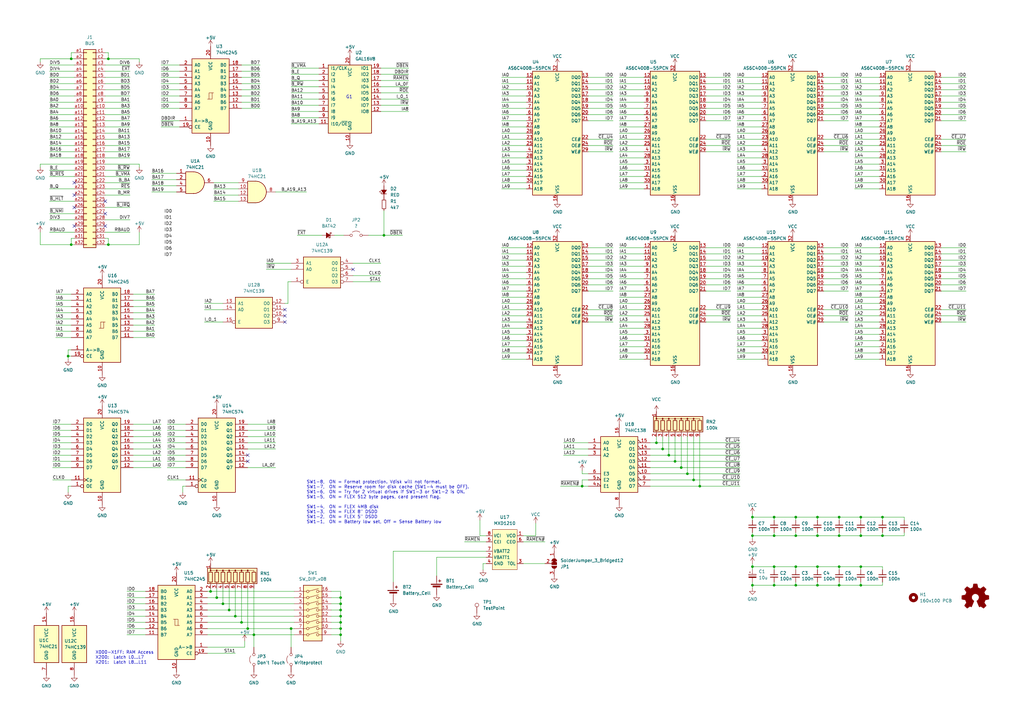
<source format=kicad_sch>
(kicad_sch (version 20231120) (generator "eeschema") (generator_version "8.0")
  (paper "A3")
  (title_block (title "CPU09RAM") (date "2025-03-19") (rev "v0.1") (company "100% Offner") (comment 1 "kees1948 UniFLEX System SMD Version") (comment 2 "v0.1:Initial"))
  (junction (at 335.28 212.09))
  (junction (at 86.36 242.57))
  (junction (at 326.39 232.41))
  (junction (at 44.45 24.13))
  (junction (at 29.21 100.33))
  (junction (at 139.7 245.11))
  (junction (at 335.28 240.03))
  (junction (at 326.39 219.71))
  (junction (at 101.6 257.81))
  (junction (at 317.5 219.71))
  (junction (at 353.06 232.41))
  (junction (at 344.17 240.03))
  (junction (at 104.14 260.35))
  (junction (at 326.39 212.09))
  (junction (at 276.86 189.23))
  (junction (at 344.17 212.09))
  (junction (at 335.28 219.71))
  (junction (at 361.95 219.71))
  (junction (at 326.39 240.03))
  (junction (at 353.06 240.03))
  (junction (at 344.17 219.71))
  (junction (at 308.61 232.41))
  (junction (at 308.61 212.09))
  (junction (at 361.95 212.09))
  (junction (at 335.28 232.41))
  (junction (at 157.48 96.52))
  (junction (at 271.78 184.15))
  (junction (at 269.24 181.61))
  (junction (at 317.5 240.03))
  (junction (at 274.32 186.69))
  (junction (at 353.06 212.09))
  (junction (at 284.48 196.85))
  (junction (at 139.7 247.65))
  (junction (at 317.5 232.41))
  (junction (at 139.7 250.19))
  (junction (at 44.45 100.33))
  (junction (at 139.7 260.35))
  (junction (at 308.61 240.03))
  (junction (at 139.7 255.27))
  (junction (at 99.06 255.27))
  (junction (at 139.7 257.81))
  (junction (at 96.52 252.73))
  (junction (at 353.06 219.71))
  (junction (at 91.44 247.65))
  (junction (at 119.38 257.81))
  (junction (at 279.4 191.77))
  (junction (at 317.5 212.09))
  (junction (at 281.94 194.31))
  (junction (at 88.9 245.11))
  (junction (at 139.7 252.73))
  (junction (at 344.17 232.41))
  (junction (at 27.94 146.05))
  (junction (at 93.98 250.19))
  (junction (at 29.21 24.13))
  (junction (at 287.02 199.39))
  (junction (at 238.76 199.39))
  (junction (at 308.61 219.71))
  (no_connect (at 30.48 74.93))
  (no_connect (at 116.84 132.08))
  (no_connect (at 30.48 85.09))
  (no_connect (at 101.6 186.69))
  (no_connect (at 30.48 80.01))
  (no_connect (at 43.18 82.55))
  (no_connect (at 144.78 110.49))
  (no_connect (at 30.48 92.71))
  (no_connect (at 116.84 129.54))
  (no_connect (at 43.18 92.71))
  (no_connect (at 43.18 87.63))
  (no_connect (at 101.6 189.23))
  (no_connect (at 116.84 127))
  (wire (pts (xy 205.74 44.45) (xy 215.9 44.45)))
  (wire (pts (xy 76.2 176.53) (xy 68.58 176.53)))
  (wire (pts (xy 289.56 109.22) (xy 299.72 109.22)))
  (wire (pts (xy 96.52 267.97) (xy 85.09 267.97)))
  (wire (pts (xy 287.02 199.39) (xy 303.53 199.39)))
  (wire (pts (xy 20.32 54.61) (xy 30.48 54.61)))
  (wire (pts (xy 156.21 35.56) (xy 167.64 35.56)))
  (wire (pts (xy 274.32 179.07) (xy 274.32 186.69)))
  (wire (pts (xy 135.89 245.11) (xy 139.7 245.11)))
  (wire (pts (xy 86.36 242.57) (xy 120.65 242.57)))
  (wire (pts (xy 57.15 100.33) (xy 57.15 95.25)))
  (wire (pts (xy 350.52 137.16) (xy 360.68 137.16)))
  (wire (pts (xy 302.26 129.54) (xy 312.42 129.54)))
  (wire (pts (xy 361.95 233.68) (xy 361.95 232.41)))
  (wire (pts (xy 271.78 179.07) (xy 271.78 184.15)))
  (wire (pts (xy 20.32 44.45) (xy 30.48 44.45)))
  (wire (pts (xy 289.56 101.6) (xy 299.72 101.6)))
  (wire (pts (xy 335.28 233.68) (xy 335.28 232.41)))
  (wire (pts (xy 317.5 212.09) (xy 326.39 212.09)))
  (wire (pts (xy 27.94 143.51) (xy 27.94 146.05)))
  (wire (pts (xy 99.06 36.83) (xy 106.68 36.83)))
  (wire (pts (xy 196.85 219.71) (xy 196.85 213.36)))
  (wire (pts (xy 254 57.15) (xy 264.16 57.15)))
  (wire (pts (xy 29.21 199.39) (xy 27.94 199.39)))
  (wire (pts (xy 350.52 147.32) (xy 360.68 147.32)))
  (wire (pts (xy 140.97 96.52) (xy 137.16 96.52)))
  (wire (pts (xy 326.39 219.71) (xy 326.39 218.44)))
  (wire (pts (xy 241.3 129.54) (xy 251.46 129.54)))
  (wire (pts (xy 241.3 34.29) (xy 251.46 34.29)))
  (wire (pts (xy 353.06 219.71) (xy 353.06 218.44)))
  (wire (pts (xy 254 137.16) (xy 264.16 137.16)))
  (wire (pts (xy 43.18 69.85) (xy 53.34 69.85)))
  (wire (pts (xy 76.2 186.69) (xy 68.58 186.69)))
  (wire (pts (xy 43.18 34.29) (xy 53.34 34.29)))
  (wire (pts (xy 308.61 232.41) (xy 308.61 233.68)))
  (wire (pts (xy 86.36 241.3) (xy 86.36 242.57)))
  (wire (pts (xy 135.89 250.19) (xy 139.7 250.19)))
  (wire (pts (xy 43.18 62.23) (xy 53.34 62.23)))
  (wire (pts (xy 151.13 96.52) (xy 157.48 96.52)))
  (wire (pts (xy 241.3 127) (xy 251.46 127)))
  (wire (pts (xy 43.18 54.61) (xy 53.34 54.61)))
  (wire (pts (xy 386.08 39.37) (xy 396.24 39.37)))
  (wire (pts (xy 326.39 213.36) (xy 326.39 212.09)))
  (wire (pts (xy 99.06 241.3) (xy 99.06 255.27)))
  (wire (pts (xy 54.61 191.77) (xy 66.04 191.77)))
  (wire (pts (xy 344.17 233.68) (xy 344.17 232.41)))
  (wire (pts (xy 205.74 137.16) (xy 215.9 137.16)))
  (wire (pts (xy 337.82 49.53) (xy 347.98 49.53)))
  (wire (pts (xy 43.18 59.69) (xy 53.34 59.69)))
  (wire (pts (xy 335.28 240.03) (xy 335.28 238.76)))
  (wire (pts (xy 302.26 142.24) (xy 312.42 142.24)))
  (wire (pts (xy 22.86 120.65) (xy 29.21 120.65)))
  (wire (pts (xy 29.21 184.15) (xy 21.59 184.15)))
  (wire (pts (xy 302.26 52.07) (xy 312.42 52.07)))
  (wire (pts (xy 337.82 129.54) (xy 347.98 129.54)))
  (wire (pts (xy 99.06 39.37) (xy 106.68 39.37)))
  (wire (pts (xy 386.08 119.38) (xy 396.24 119.38)))
  (wire (pts (xy 254 147.32) (xy 264.16 147.32)))
  (wire (pts (xy 205.74 114.3) (xy 215.9 114.3)))
  (wire (pts (xy 326.39 212.09) (xy 335.28 212.09)))
  (wire (pts (xy 337.82 132.08) (xy 347.98 132.08)))
  (wire (pts (xy 337.82 57.15) (xy 347.98 57.15)))
  (wire (pts (xy 337.82 127) (xy 347.98 127)))
  (wire (pts (xy 302.26 134.62) (xy 312.42 134.62)))
  (wire (pts (xy 254 36.83) (xy 264.16 36.83)))
  (wire (pts (xy 241.3 59.69) (xy 251.46 59.69)))
  (wire (pts (xy 29.21 189.23) (xy 21.59 189.23)))
  (wire (pts (xy 241.3 39.37) (xy 251.46 39.37)))
  (wire (pts (xy 27.94 199.39) (xy 27.94 201.93)))
  (wire (pts (xy 254 54.61) (xy 264.16 54.61)))
  (wire (pts (xy 20.32 57.15) (xy 30.48 57.15)))
  (wire (pts (xy 62.23 76.2) (xy 72.39 76.2)))
  (wire (pts (xy 205.74 59.69) (xy 215.9 59.69)))
  (wire (pts (xy 156.21 30.48) (xy 167.64 30.48)))
  (wire (pts (xy 44.45 24.13) (xy 43.18 24.13)))
  (wire (pts (xy 335.28 213.36) (xy 335.28 212.09)))
  (wire (pts (xy 20.32 26.67) (xy 30.48 26.67)))
  (wire (pts (xy 66.04 31.75) (xy 73.66 31.75)))
  (wire (pts (xy 350.52 44.45) (xy 360.68 44.45)))
  (wire (pts (xy 308.61 231.14) (xy 308.61 232.41)))
  (wire (pts (xy 119.38 45.72) (xy 130.81 45.72)))
  (wire (pts (xy 20.32 29.21) (xy 30.48 29.21)))
  (wire (pts (xy 289.56 132.08) (xy 299.72 132.08)))
  (wire (pts (xy 386.08 127) (xy 396.24 127)))
  (wire (pts (xy 57.15 67.31) (xy 57.15 68.58)))
  (wire (pts (xy 57.15 24.13) (xy 57.15 25.4)))
  (wire (pts (xy 43.18 46.99) (xy 53.34 46.99)))
  (wire (pts (xy 43.18 36.83) (xy 53.34 36.83)))
  (wire (pts (xy 43.18 41.91) (xy 53.34 41.91)))
  (wire (pts (xy 20.32 72.39) (xy 30.48 72.39)))
  (wire (pts (xy 199.39 222.25) (xy 190.5 222.25)))
  (wire (pts (xy 386.08 109.22) (xy 396.24 109.22)))
  (wire (pts (xy 254 49.53) (xy 264.16 49.53)))
  (wire (pts (xy 118.11 115.57) (xy 119.38 115.57)))
  (wire (pts (xy 116.84 124.46) (xy 118.11 124.46)))
  (wire (pts (xy 254 127) (xy 264.16 127)))
  (wire (pts (xy 62.23 78.74) (xy 72.39 78.74)))
  (wire (pts (xy 361.95 219.71) (xy 370.84 219.71)))
  (wire (pts (xy 22.86 125.73) (xy 29.21 125.73)))
  (wire (pts (xy 20.32 34.29) (xy 30.48 34.29)))
  (wire (pts (xy 205.74 147.32) (xy 215.9 147.32)))
  (wire (pts (xy 76.2 173.99) (xy 68.58 173.99)))
  (wire (pts (xy 179.07 228.6) (xy 179.07 236.22)))
  (wire (pts (xy 238.76 199.39) (xy 241.3 199.39)))
  (wire (pts (xy 205.74 64.77) (xy 215.9 64.77)))
  (wire (pts (xy 241.3 41.91) (xy 251.46 41.91)))
  (wire (pts (xy 20.32 49.53) (xy 30.48 49.53)))
  (wire (pts (xy 350.52 104.14) (xy 360.68 104.14)))
  (wire (pts (xy 44.45 24.13) (xy 57.15 24.13)))
  (wire (pts (xy 350.52 49.53) (xy 360.68 49.53)))
  (wire (pts (xy 302.26 36.83) (xy 312.42 36.83)))
  (wire (pts (xy 199.39 231.14) (xy 198.12 231.14)))
  (wire (pts (xy 302.26 104.14) (xy 312.42 104.14)))
  (wire (pts (xy 16.51 24.13) (xy 16.51 25.4)))
  (wire (pts (xy 350.52 121.92) (xy 360.68 121.92)))
  (wire (pts (xy 66.04 34.29) (xy 73.66 34.29)))
  (wire (pts (xy 281.94 179.07) (xy 281.94 194.31)))
  (wire (pts (xy 254 139.7) (xy 264.16 139.7)))
  (wire (pts (xy 284.48 196.85) (xy 303.53 196.85)))
  (wire (pts (xy 254 59.69) (xy 264.16 59.69)))
  (wire (pts (xy 43.18 67.31) (xy 57.15 67.31)))
  (wire (pts (xy 353.06 240.03) (xy 353.06 238.76)))
  (wire (pts (xy 386.08 116.84) (xy 396.24 116.84)))
  (wire (pts (xy 269.24 181.61) (xy 303.53 181.61)))
  (wire (pts (xy 289.56 41.91) (xy 299.72 41.91)))
  (wire (pts (xy 350.52 34.29) (xy 360.68 34.29)))
  (wire (pts (xy 101.6 181.61) (xy 113.03 181.61)))
  (wire (pts (xy 241.3 114.3) (xy 251.46 114.3)))
  (wire (pts (xy 205.74 69.85) (xy 215.9 69.85)))
  (wire (pts (xy 302.26 62.23) (xy 312.42 62.23)))
  (wire (pts (xy 350.52 124.46) (xy 360.68 124.46)))
  (wire (pts (xy 20.32 39.37) (xy 30.48 39.37)))
  (wire (pts (xy 241.3 106.68) (xy 251.46 106.68)))
  (wire (pts (xy 350.52 62.23) (xy 360.68 62.23)))
  (wire (pts (xy 350.52 109.22) (xy 360.68 109.22)))
  (wire (pts (xy 271.78 184.15) (xy 303.53 184.15)))
  (wire (pts (xy 144.78 107.95) (xy 156.21 107.95)))
  (wire (pts (xy 62.23 73.66) (xy 72.39 73.66)))
  (wire (pts (xy 199.39 228.6) (xy 179.07 228.6)))
  (wire (pts (xy 337.82 109.22) (xy 347.98 109.22)))
  (wire (pts (xy 139.7 255.27) (xy 139.7 257.81)))
  (wire (pts (xy 139.7 250.19) (xy 139.7 252.73)))
  (wire (pts (xy 302.26 34.29) (xy 312.42 34.29)))
  (wire (pts (xy 361.95 240.03) (xy 361.95 238.76)))
  (wire (pts (xy 135.89 242.57) (xy 139.7 242.57)))
  (wire (pts (xy 66.04 29.21) (xy 73.66 29.21)))
  (wire (pts (xy 22.86 133.35) (xy 29.21 133.35)))
  (wire (pts (xy 254 106.68) (xy 264.16 106.68)))
  (wire (pts (xy 205.74 72.39) (xy 215.9 72.39)))
  (wire (pts (xy 104.14 260.35) (xy 120.65 260.35)))
  (wire (pts (xy 302.26 119.38) (xy 312.42 119.38)))
  (wire (pts (xy 198.12 231.14) (xy 198.12 233.68)))
  (wire (pts (xy 43.18 64.77) (xy 53.34 64.77)))
  (wire (pts (xy 386.08 46.99) (xy 396.24 46.99)))
  (wire (pts (xy 20.32 41.91) (xy 30.48 41.91)))
  (wire (pts (xy 54.61 173.99) (xy 66.04 173.99)))
  (wire (pts (xy 43.18 44.45) (xy 53.34 44.45)))
  (wire (pts (xy 276.86 179.07) (xy 276.86 189.23)))
  (wire (pts (xy 350.52 31.75) (xy 360.68 31.75)))
  (wire (pts (xy 289.56 44.45) (xy 299.72 44.45)))
  (wire (pts (xy 353.06 232.41) (xy 361.95 232.41)))
  (wire (pts (xy 241.3 116.84) (xy 251.46 116.84)))
  (wire (pts (xy 91.44 241.3) (xy 91.44 247.65)))
  (wire (pts (xy 43.18 31.75) (xy 53.34 31.75)))
  (wire (pts (xy 119.38 257.81) (xy 120.65 257.81)))
  (wire (pts (xy 20.32 46.99) (xy 30.48 46.99)))
  (wire (pts (xy 59.69 247.65) (xy 52.07 247.65)))
  (wire (pts (xy 43.18 29.21) (xy 53.34 29.21)))
  (wire (pts (xy 353.06 213.36) (xy 353.06 212.09)))
  (wire (pts (xy 289.56 49.53) (xy 299.72 49.53)))
  (wire (pts (xy 20.32 59.69) (xy 30.48 59.69)))
  (wire (pts (xy 241.3 119.38) (xy 251.46 119.38)))
  (wire (pts (xy 353.06 212.09) (xy 361.95 212.09)))
  (wire (pts (xy 156.21 45.72) (xy 167.64 45.72)))
  (wire (pts (xy 66.04 41.91) (xy 73.66 41.91)))
  (wire (pts (xy 337.82 36.83) (xy 347.98 36.83)))
  (wire (pts (xy 20.32 77.47) (xy 30.48 77.47)))
  (wire (pts (xy 20.32 82.55) (xy 30.48 82.55)))
  (wire (pts (xy 205.74 129.54) (xy 215.9 129.54)))
  (wire (pts (xy 59.69 255.27) (xy 52.07 255.27)))
  (wire (pts (xy 254 64.77) (xy 264.16 64.77)))
  (wire (pts (xy 104.14 241.3) (xy 104.14 260.35)))
  (wire (pts (xy 76.2 199.39) (xy 74.93 199.39)))
  (wire (pts (xy 254 104.14) (xy 264.16 104.14)))
  (wire (pts (xy 241.3 109.22) (xy 251.46 109.22)))
  (wire (pts (xy 350.52 54.61) (xy 360.68 54.61)))
  (wire (pts (xy 83.82 132.08) (xy 91.44 132.08)))
  (wire (pts (xy 302.26 139.7) (xy 312.42 139.7)))
  (wire (pts (xy 287.02 179.07) (xy 287.02 199.39)))
  (wire (pts (xy 20.32 31.75) (xy 30.48 31.75)))
  (wire (pts (xy 337.82 119.38) (xy 347.98 119.38)))
  (wire (pts (xy 99.06 29.21) (xy 106.68 29.21)))
  (wire (pts (xy 156.21 43.18) (xy 167.64 43.18)))
  (wire (pts (xy 254 46.99) (xy 264.16 46.99)))
  (wire (pts (xy 241.3 44.45) (xy 251.46 44.45)))
  (wire (pts (xy 231.14 181.61) (xy 241.3 181.61)))
  (wire (pts (xy 337.82 44.45) (xy 347.98 44.45)))
  (wire (pts (xy 119.38 48.26) (xy 130.81 48.26)))
  (wire (pts (xy 289.56 129.54) (xy 299.72 129.54)))
  (wire (pts (xy 337.82 31.75) (xy 347.98 31.75)))
  (wire (pts (xy 386.08 36.83) (xy 396.24 36.83)))
  (wire (pts (xy 205.74 52.07) (xy 215.9 52.07)))
  (wire (pts (xy 266.7 184.15) (xy 271.78 184.15)))
  (wire (pts (xy 386.08 129.54) (xy 396.24 129.54)))
  (wire (pts (xy 22.86 123.19) (xy 29.21 123.19)))
  (wire (pts (xy 238.76 194.31) (xy 241.3 194.31)))
  (wire (pts (xy 62.23 71.12) (xy 72.39 71.12)))
  (wire (pts (xy 302.26 69.85) (xy 312.42 69.85)))
  (wire (pts (xy 308.61 232.41) (xy 317.5 232.41)))
  (wire (pts (xy 119.38 43.18) (xy 130.81 43.18)))
  (wire (pts (xy 59.69 257.81) (xy 52.07 257.81)))
  (wire (pts (xy 254 109.22) (xy 264.16 109.22)))
  (wire (pts (xy 29.21 181.61) (xy 21.59 181.61)))
  (wire (pts (xy 87.63 80.01) (xy 97.79 80.01)))
  (wire (pts (xy 254 114.3) (xy 264.16 114.3)))
  (wire (pts (xy 350.52 129.54) (xy 360.68 129.54)))
  (wire (pts (xy 302.26 77.47) (xy 312.42 77.47)))
  (wire (pts (xy 302.26 44.45) (xy 312.42 44.45)))
  (wire (pts (xy 266.7 181.61) (xy 269.24 181.61)))
  (wire (pts (xy 139.7 245.11) (xy 139.7 247.65)))
  (wire (pts (xy 157.48 86.36) (xy 157.48 96.52)))
  (wire (pts (xy 337.82 101.6) (xy 347.98 101.6)))
  (wire (pts (xy 289.56 62.23) (xy 299.72 62.23)))
  (wire (pts (xy 205.74 49.53) (xy 215.9 49.53)))
  (wire (pts (xy 205.74 36.83) (xy 215.9 36.83)))
  (wire (pts (xy 308.61 212.09) (xy 317.5 212.09)))
  (wire (pts (xy 353.06 219.71) (xy 361.95 219.71)))
  (wire (pts (xy 59.69 250.19) (xy 52.07 250.19)))
  (wire (pts (xy 350.52 114.3) (xy 360.68 114.3)))
  (wire (pts (xy 68.58 196.85) (xy 76.2 196.85)))
  (wire (pts (xy 119.38 33.02) (xy 130.81 33.02)))
  (wire (pts (xy 29.21 100.33) (xy 16.51 100.33)))
  (wire (pts (xy 254 144.78) (xy 264.16 144.78)))
  (wire (pts (xy 16.51 100.33) (xy 16.51 95.25)))
  (wire (pts (xy 281.94 194.31) (xy 303.53 194.31)))
  (wire (pts (xy 350.52 139.7) (xy 360.68 139.7)))
  (wire (pts (xy 66.04 26.67) (xy 73.66 26.67)))
  (wire (pts (xy 135.89 255.27) (xy 139.7 255.27)))
  (wire (pts (xy 119.38 30.48) (xy 130.81 30.48)))
  (wire (pts (xy 219.71 214.63) (xy 219.71 219.71)))
  (wire (pts (xy 29.21 176.53) (xy 21.59 176.53)))
  (wire (pts (xy 289.56 127) (xy 299.72 127)))
  (wire (pts (xy 43.18 74.93) (xy 53.34 74.93)))
  (wire (pts (xy 350.52 134.62) (xy 360.68 134.62)))
  (wire (pts (xy 118.11 124.46) (xy 118.11 115.57)))
  (wire (pts (xy 43.18 80.01) (xy 53.34 80.01)))
  (wire (pts (xy 350.52 52.07) (xy 360.68 52.07)))
  (wire (pts (xy 205.74 111.76) (xy 215.9 111.76)))
  (wire (pts (xy 66.04 39.37) (xy 73.66 39.37)))
  (wire (pts (xy 22.86 138.43) (xy 29.21 138.43)))
  (wire (pts (xy 350.52 57.15) (xy 360.68 57.15)))
  (wire (pts (xy 119.38 27.94) (xy 130.81 27.94)))
  (wire (pts (xy 205.74 104.14) (xy 215.9 104.14)))
  (wire (pts (xy 302.26 101.6) (xy 312.42 101.6)))
  (wire (pts (xy 43.18 39.37) (xy 53.34 39.37)))
  (wire (pts (xy 308.61 213.36) (xy 308.61 212.09)))
  (wire (pts (xy 326.39 240.03) (xy 326.39 238.76)))
  (wire (pts (xy 85.09 257.81) (xy 101.6 257.81)))
  (wire (pts (xy 350.52 77.47) (xy 360.68 77.47)))
  (wire (pts (xy 302.26 67.31) (xy 312.42 67.31)))
  (wire (pts (xy 269.24 179.07) (xy 269.24 181.61)))
  (wire (pts (xy 205.74 134.62) (xy 215.9 134.62)))
  (wire (pts (xy 205.74 39.37) (xy 215.9 39.37)))
  (wire (pts (xy 317.5 240.03) (xy 308.61 240.03)))
  (wire (pts (xy 337.82 59.69) (xy 347.98 59.69)))
  (wire (pts (xy 353.06 240.03) (xy 361.95 240.03)))
  (wire (pts (xy 337.82 114.3) (xy 347.98 114.3)))
  (wire (pts (xy 88.9 241.3) (xy 88.9 245.11)))
  (wire (pts (xy 302.26 147.32) (xy 312.42 147.32)))
  (wire (pts (xy 91.44 247.65) (xy 85.09 247.65)))
  (wire (pts (xy 344.17 213.36) (xy 344.17 212.09)))
  (wire (pts (xy 93.98 250.19) (xy 85.09 250.19)))
  (wire (pts (xy 54.61 135.89) (xy 63.5 135.89)))
  (wire (pts (xy 135.89 257.81) (xy 139.7 257.81)))
  (wire (pts (xy 205.74 31.75) (xy 215.9 31.75)))
  (wire (pts (xy 99.06 31.75) (xy 106.68 31.75)))
  (wire (pts (xy 20.32 64.77) (xy 30.48 64.77)))
  (wire (pts (xy 361.95 219.71) (xy 361.95 218.44)))
  (wire (pts (xy 205.74 34.29) (xy 215.9 34.29)))
  (wire (pts (xy 87.63 82.55) (xy 97.79 82.55)))
  (wire (pts (xy 326.39 232.41) (xy 335.28 232.41)))
  (wire (pts (xy 350.52 142.24) (xy 360.68 142.24)))
  (wire (pts (xy 119.38 35.56) (xy 130.81 35.56)))
  (wire (pts (xy 99.06 41.91) (xy 106.68 41.91)))
  (wire (pts (xy 44.45 21.59) (xy 44.45 24.13)))
  (wire (pts (xy 337.82 46.99) (xy 347.98 46.99)))
  (wire (pts (xy 43.18 90.17) (xy 53.34 90.17)))
  (wire (pts (xy 254 121.92) (xy 264.16 121.92)))
  (wire (pts (xy 344.17 219.71) (xy 353.06 219.71)))
  (wire (pts (xy 54.61 128.27) (xy 63.5 128.27)))
  (wire (pts (xy 266.7 194.31) (xy 281.94 194.31)))
  (wire (pts (xy 139.7 257.81) (xy 139.7 260.35)))
  (wire (pts (xy 386.08 101.6) (xy 396.24 101.6)))
  (wire (pts (xy 353.06 233.68) (xy 353.06 232.41)))
  (wire (pts (xy 302.26 49.53) (xy 312.42 49.53)))
  (wire (pts (xy 30.48 100.33) (xy 29.21 100.33)))
  (wire (pts (xy 99.06 26.67) (xy 106.68 26.67)))
  (wire (pts (xy 101.6 179.07) (xy 113.03 179.07)))
  (wire (pts (xy 29.21 186.69) (xy 21.59 186.69)))
  (wire (pts (xy 139.7 252.73) (xy 139.7 255.27)))
  (wire (pts (xy 302.26 72.39) (xy 312.42 72.39)))
  (wire (pts (xy 144.78 115.57) (xy 156.21 115.57)))
  (wire (pts (xy 119.38 40.64) (xy 130.81 40.64)))
  (wire (pts (xy 289.56 119.38) (xy 299.72 119.38)))
  (wire (pts (xy 337.82 111.76) (xy 347.98 111.76)))
  (wire (pts (xy 59.69 260.35) (xy 52.07 260.35)))
  (wire (pts (xy 386.08 132.08) (xy 396.24 132.08)))
  (wire (pts (xy 205.74 121.92) (xy 215.9 121.92)))
  (wire (pts (xy 254 67.31) (xy 264.16 67.31)))
  (wire (pts (xy 317.5 219.71) (xy 317.5 218.44)))
  (wire (pts (xy 54.61 138.43) (xy 63.5 138.43)))
  (wire (pts (xy 350.52 144.78) (xy 360.68 144.78)))
  (wire (pts (xy 20.32 90.17) (xy 30.48 90.17)))
  (wire (pts (xy 135.89 260.35) (xy 139.7 260.35)))
  (wire (pts (xy 386.08 41.91) (xy 396.24 41.91)))
  (wire (pts (xy 43.18 77.47) (xy 53.34 77.47)))
  (wire (pts (xy 93.98 241.3) (xy 93.98 250.19)))
  (wire (pts (xy 54.61 123.19) (xy 63.5 123.19)))
  (wire (pts (xy 43.18 85.09) (xy 53.34 85.09)))
  (wire (pts (xy 20.32 95.25) (xy 30.48 95.25)))
  (wire (pts (xy 308.61 219.71) (xy 317.5 219.71)))
  (wire (pts (xy 302.26 57.15) (xy 312.42 57.15)))
  (wire (pts (xy 156.21 33.02) (xy 167.64 33.02)))
  (wire (pts (xy 254 44.45) (xy 264.16 44.45)))
  (wire (pts (xy 266.7 199.39) (xy 287.02 199.39)))
  (wire (pts (xy 93.98 250.19) (xy 120.65 250.19)))
  (wire (pts (xy 266.7 196.85) (xy 284.48 196.85)))
  (wire (pts (xy 289.56 57.15) (xy 299.72 57.15)))
  (wire (pts (xy 205.74 106.68) (xy 215.9 106.68)))
  (wire (pts (xy 43.18 100.33) (xy 44.45 100.33)))
  (wire (pts (xy 254 62.23) (xy 264.16 62.23)))
  (wire (pts (xy 119.38 50.8) (xy 130.81 50.8)))
  (wire (pts (xy 335.28 240.03) (xy 344.17 240.03)))
  (wire (pts (xy 29.21 21.59) (xy 29.21 24.13)))
  (wire (pts (xy 241.3 46.99) (xy 251.46 46.99)))
  (wire (pts (xy 289.56 31.75) (xy 299.72 31.75)))
  (wire (pts (xy 308.61 241.3) (xy 308.61 240.03)))
  (wire (pts (xy 386.08 44.45) (xy 396.24 44.45)))
  (wire (pts (xy 254 124.46) (xy 264.16 124.46)))
  (wire (pts (xy 20.32 36.83) (xy 30.48 36.83)))
  (wire (pts (xy 317.5 240.03) (xy 317.5 238.76)))
  (wire (pts (xy 144.78 113.03) (xy 156.21 113.03)))
  (wire (pts (xy 344.17 240.03) (xy 344.17 238.76)))
  (wire (pts (xy 29.21 179.07) (xy 21.59 179.07)))
  (wire (pts (xy 96.52 241.3) (xy 96.52 252.73)))
  (wire (pts (xy 22.86 135.89) (xy 29.21 135.89)))
  (wire (pts (xy 30.48 21.59) (xy 29.21 21.59)))
  (wire (pts (xy 74.93 199.39) (xy 74.93 201.93)))
  (wire (pts (xy 241.3 101.6) (xy 251.46 101.6)))
  (wire (pts (xy 317.5 233.68) (xy 317.5 232.41)))
  (wire (pts (xy 44.45 100.33) (xy 57.15 100.33)))
  (wire (pts (xy 87.63 74.93) (xy 97.79 74.93)))
  (wire (pts (xy 279.4 191.77) (xy 303.53 191.77)))
  (wire (pts (xy 21.59 196.85) (xy 29.21 196.85)))
  (wire (pts (xy 101.6 241.3) (xy 101.6 257.81)))
  (wire (pts (xy 119.38 257.81) (xy 119.38 265.43)))
  (wire (pts (xy 302.26 74.93) (xy 312.42 74.93)))
  (wire (pts (xy 54.61 176.53) (xy 66.04 176.53)))
  (wire (pts (xy 335.28 219.71) (xy 335.28 218.44)))
  (wire (pts (xy 276.86 189.23) (xy 303.53 189.23)))
  (wire (pts (xy 214.63 222.25) (xy 223.52 222.25)))
  (wire (pts (xy 302.26 59.69) (xy 312.42 59.69)))
  (wire (pts (xy 317.5 213.36) (xy 317.5 212.09)))
  (wire (pts (xy 27.94 146.05) (xy 29.21 146.05)))
  (wire (pts (xy 302.26 109.22) (xy 312.42 109.22)))
  (wire (pts (xy 386.08 111.76) (xy 396.24 111.76)))
  (wire (pts (xy 76.2 179.07) (xy 68.58 179.07)))
  (wire (pts (xy 317.5 219.71) (xy 326.39 219.71)))
  (wire (pts (xy 205.74 132.08) (xy 215.9 132.08)))
  (wire (pts (xy 344.17 212.09) (xy 353.06 212.09)))
  (wire (pts (xy 361.95 213.36) (xy 361.95 212.09)))
  (wire (pts (xy 254 52.07) (xy 264.16 52.07)))
  (wire (pts (xy 302.26 137.16) (xy 312.42 137.16)))
  (wire (pts (xy 302.26 39.37) (xy 312.42 39.37)))
  (wire (pts (xy 350.52 59.69) (xy 360.68 59.69)))
  (wire (pts (xy 139.7 242.57) (xy 139.7 245.11)))
  (wire (pts (xy 289.56 104.14) (xy 299.72 104.14)))
  (wire (pts (xy 326.39 240.03) (xy 335.28 240.03)))
  (wire (pts (xy 344.17 219.71) (xy 344.17 218.44)))
  (wire (pts (xy 54.61 184.15) (xy 66.04 184.15)))
  (wire (pts (xy 22.86 128.27) (xy 29.21 128.27)))
  (wire (pts (xy 254 116.84) (xy 264.16 116.84)))
  (wire (pts (xy 344.17 232.41) (xy 353.06 232.41)))
  (wire (pts (xy 30.48 97.79) (xy 29.21 97.79)))
  (wire (pts (xy 205.74 41.91) (xy 215.9 41.91)))
  (wire (pts (xy 205.74 144.78) (xy 215.9 144.78)))
  (wire (pts (xy 205.74 109.22) (xy 215.9 109.22)))
  (wire (pts (xy 76.2 189.23) (xy 68.58 189.23)))
  (wire (pts (xy 223.52 231.14) (xy 214.63 231.14)))
  (wire (pts (xy 302.26 116.84) (xy 312.42 116.84)))
  (wire (pts (xy 326.39 219.71) (xy 335.28 219.71)))
  (wire (pts (xy 157.48 96.52) (xy 165.1 96.52)))
  (wire (pts (xy 100.33 262.89) (xy 100.33 265.43)))
  (wire (pts (xy 85.09 252.73) (xy 96.52 252.73)))
  (wire (pts (xy 302.26 106.68) (xy 312.42 106.68)))
  (wire (pts (xy 386.08 31.75) (xy 396.24 31.75)))
  (wire (pts (xy 27.94 143.51) (xy 29.21 143.51)))
  (wire (pts (xy 54.61 133.35) (xy 63.5 133.35)))
  (wire (pts (xy 302.26 41.91) (xy 312.42 41.91)))
  (wire (pts (xy 254 132.08) (xy 264.16 132.08)))
  (wire (pts (xy 43.18 95.25) (xy 53.34 95.25)))
  (wire (pts (xy 350.52 106.68) (xy 360.68 106.68)))
  (wire (pts (xy 350.52 46.99) (xy 360.68 46.99)))
  (wire (pts (xy 161.29 226.06) (xy 199.39 226.06)))
  (wire (pts (xy 241.3 36.83) (xy 251.46 36.83)))
  (wire (pts (xy 337.82 116.84) (xy 347.98 116.84)))
  (wire (pts (xy 266.7 189.23) (xy 276.86 189.23)))
  (wire (pts (xy 302.26 46.99) (xy 312.42 46.99)))
  (wire (pts (xy 335.28 212.09) (xy 344.17 212.09)))
  (wire (pts (xy 266.7 191.77) (xy 279.4 191.77)))
  (wire (pts (xy 302.26 114.3) (xy 312.42 114.3)))
  (wire (pts (xy 83.82 124.46) (xy 91.44 124.46)))
  (wire (pts (xy 337.82 41.91) (xy 347.98 41.91)))
  (wire (pts (xy 284.48 179.07) (xy 284.48 196.85)))
  (wire (pts (xy 96.52 252.73) (xy 120.65 252.73)))
  (wire (pts (xy 302.26 31.75) (xy 312.42 31.75)))
  (wire (pts (xy 254 69.85) (xy 264.16 69.85)))
  (wire (pts (xy 350.52 127) (xy 360.68 127)))
  (wire (pts (xy 135.89 252.73) (xy 139.7 252.73)))
  (wire (pts (xy 231.14 186.69) (xy 241.3 186.69)))
  (wire (pts (xy 370.84 213.36) (xy 370.84 212.09)))
  (wire (pts (xy 302.26 144.78) (xy 312.42 144.78)))
  (wire (pts (xy 241.3 104.14) (xy 251.46 104.14)))
  (wire (pts (xy 87.63 77.47) (xy 97.79 77.47)))
  (wire (pts (xy 59.69 242.57) (xy 52.07 242.57)))
  (wire (pts (xy 66.04 44.45) (xy 73.66 44.45)))
  (wire (pts (xy 54.61 181.61) (xy 66.04 181.61)))
  (wire (pts (xy 43.18 97.79) (xy 44.45 97.79)))
  (wire (pts (xy 231.14 184.15) (xy 241.3 184.15)))
  (wire (pts (xy 254 31.75) (xy 264.16 31.75)))
  (wire (pts (xy 337.82 106.68) (xy 347.98 106.68)))
  (wire (pts (xy 350.52 132.08) (xy 360.68 132.08)))
  (wire (pts (xy 229.87 199.39) (xy 238.76 199.39)))
  (wire (pts (xy 302.26 124.46) (xy 312.42 124.46)))
  (wire (pts (xy 125.73 78.74) (xy 113.03 78.74)))
  (wire (pts (xy 386.08 106.68) (xy 396.24 106.68)))
  (wire (pts (xy 241.3 132.08) (xy 251.46 132.08)))
  (wire (pts (xy 29.21 24.13) (xy 30.48 24.13)))
  (wire (pts (xy 99.06 44.45) (xy 106.68 44.45)))
  (wire (pts (xy 289.56 36.83) (xy 299.72 36.83)))
  (wire (pts (xy 54.61 130.81) (xy 63.5 130.81)))
  (wire (pts (xy 86.36 242.57) (xy 85.09 242.57)))
  (wire (pts (xy 91.44 247.65) (xy 120.65 247.65)))
  (wire (pts (xy 386.08 59.69) (xy 396.24 59.69)))
  (wire (pts (xy 254 34.29) (xy 264.16 34.29)))
  (wire (pts (xy 254 142.24) (xy 264.16 142.24)))
  (wire (pts (xy 205.74 127) (xy 215.9 127)))
  (wire (pts (xy 29.21 97.79) (xy 29.21 100.33)))
  (wire (pts (xy 289.56 116.84) (xy 299.72 116.84)))
  (wire (pts (xy 121.92 96.52) (xy 132.08 96.52)))
  (wire (pts (xy 350.52 64.77) (xy 360.68 64.77)))
  (wire (pts (xy 205.74 142.24) (xy 215.9 142.24)))
  (wire (pts (xy 254 129.54) (xy 264.16 129.54)))
  (wire (pts (xy 88.9 245.11) (xy 120.65 245.11)))
  (wire (pts (xy 205.74 67.31) (xy 215.9 67.31)))
  (wire (pts (xy 99.06 255.27) (xy 120.65 255.27)))
  (wire (pts (xy 205.74 57.15) (xy 215.9 57.15)))
  (wire (pts (xy 20.32 52.07) (xy 30.48 52.07)))
  (wire (pts (xy 386.08 114.3) (xy 396.24 114.3)))
  (wire (pts (xy 241.3 62.23) (xy 251.46 62.23)))
  (wire (pts (xy 241.3 111.76) (xy 251.46 111.76)))
  (wire (pts (xy 337.82 39.37) (xy 347.98 39.37)))
  (wire (pts (xy 308.61 220.98) (xy 308.61 219.71)))
  (wire (pts (xy 16.51 67.31) (xy 30.48 67.31)))
  (wire (pts (xy 156.21 40.64) (xy 167.64 40.64)))
  (wire (pts (xy 135.89 247.65) (xy 139.7 247.65)))
  (wire (pts (xy 350.52 41.91) (xy 360.68 41.91)))
  (wire (pts (xy 205.74 54.61) (xy 215.9 54.61)))
  (wire (pts (xy 205.74 119.38) (xy 215.9 119.38)))
  (wire (pts (xy 44.45 97.79) (xy 44.45 100.33)))
  (wire (pts (xy 241.3 57.15) (xy 251.46 57.15)))
  (wire (pts (xy 337.82 62.23) (xy 347.98 62.23)))
  (wire (pts (xy 302.26 127) (xy 312.42 127)))
  (wire (pts (xy 43.18 26.67) (xy 53.34 26.67)))
  (wire (pts (xy 370.84 219.71) (xy 370.84 218.44)))
  (wire (pts (xy 308.61 212.09) (xy 308.61 210.82)))
  (wire (pts (xy 350.52 111.76) (xy 360.68 111.76)))
  (wire (pts (xy 302.26 64.77) (xy 312.42 64.77)))
  (wire (pts (xy 326.39 233.68) (xy 326.39 232.41)))
  (wire (pts (xy 205.74 139.7) (xy 215.9 139.7)))
  (wire (pts (xy 337.82 104.14) (xy 347.98 104.14)))
  (wire (pts (xy 109.22 107.95) (xy 119.38 107.95)))
  (wire (pts (xy 54.61 189.23) (xy 66.04 189.23)))
  (wire (pts (xy 54.61 186.69) (xy 66.04 186.69)))
  (wire (pts (xy 205.74 101.6) (xy 215.9 101.6)))
  (wire (pts (xy 279.4 179.07) (xy 279.4 191.77)))
  (wire (pts (xy 43.18 72.39) (xy 53.34 72.39)))
  (wire (pts (xy 289.56 59.69) (xy 299.72 59.69)))
  (wire (pts (xy 386.08 57.15) (xy 396.24 57.15)))
  (wire (pts (xy 156.21 27.94) (xy 167.64 27.94)))
  (wire (pts (xy 85.09 255.27) (xy 99.06 255.27)))
  (wire (pts (xy 350.52 116.84) (xy 360.68 116.84)))
  (wire (pts (xy 238.76 193.04) (xy 238.76 194.31)))
  (wire (pts (xy 66.04 36.83) (xy 73.66 36.83)))
  (wire (pts (xy 54.61 120.65) (xy 63.5 120.65)))
  (wire (pts (xy 241.3 31.75) (xy 251.46 31.75)))
  (wire (pts (xy 205.74 116.84) (xy 215.9 116.84)))
  (wire (pts (xy 337.82 34.29) (xy 347.98 34.29)))
  (wire (pts (xy 156.21 38.1) (xy 167.64 38.1)))
  (wire (pts (xy 289.56 46.99) (xy 299.72 46.99)))
  (wire (pts (xy 302.26 132.08) (xy 312.42 132.08)))
  (wire (pts (xy 85.09 260.35) (xy 104.14 260.35)))
  (wire (pts (xy 302.26 111.76) (xy 312.42 111.76)))
  (wire (pts (xy 254 119.38) (xy 264.16 119.38)))
  (wire (pts (xy 139.7 260.35) (xy 139.7 262.89)))
  (wire (pts (xy 241.3 49.53) (xy 251.46 49.53)))
  (wire (pts (xy 335.28 219.71) (xy 344.17 219.71)))
  (wire (pts (xy 29.21 191.77) (xy 21.59 191.77)))
  (wire (pts (xy 335.28 232.41) (xy 344.17 232.41)))
  (wire (pts (xy 29.21 24.13) (xy 16.51 24.13)))
  (wire (pts (xy 350.52 101.6) (xy 360.68 101.6)))
  (wire (pts (xy 350.52 36.83) (xy 360.68 36.83)))
  (wire (pts (xy 214.63 219.71) (xy 219.71 219.71)))
  (wire (pts (xy 205.74 74.93) (xy 215.9 74.93)))
  (wire (pts (xy 254 111.76) (xy 264.16 111.76)))
  (wire (pts (xy 43.18 21.59) (xy 44.45 21.59)))
  (wire (pts (xy 43.18 52.07) (xy 53.34 52.07)))
  (wire (pts (xy 344.17 240.03) (xy 353.06 240.03)))
  (wire (pts (xy 205.74 124.46) (xy 215.9 124.46)))
  (wire (pts (xy 302.26 54.61) (xy 312.42 54.61)))
  (wire (pts (xy 289.56 39.37) (xy 299.72 39.37)))
  (wire (pts (xy 43.18 57.15) (xy 53.34 57.15)))
  (wire (pts (xy 350.52 67.31) (xy 360.68 67.31)))
  (wire (pts (xy 289.56 111.76) (xy 299.72 111.76)))
  (wire (pts (xy 254 77.47) (xy 264.16 77.47)))
  (wire (pts (xy 101.6 191.77) (xy 113.03 191.77)))
  (wire (pts (xy 308.61 218.44) (xy 308.61 219.71)))
  (wire (pts (xy 119.38 38.1) (xy 130.81 38.1)))
  (wire (pts (xy 54.61 125.73) (xy 63.5 125.73)))
  (wire (pts (xy 317.5 232.41) (xy 326.39 232.41)))
  (wire (pts (xy 361.95 212.09) (xy 370.84 212.09)))
  (wire (pts (xy 317.5 240.03) (xy 326.39 240.03)))
  (wire (pts (xy 350.52 72.39) (xy 360.68 72.39)))
  (wire (pts (xy 54.61 179.07) (xy 66.04 179.07)))
  (wire (pts (xy 101.6 184.15) (xy 113.03 184.15)))
  (wire (pts (xy 101.6 176.53) (xy 113.03 176.53)))
  (wire (pts (xy 83.82 127) (xy 91.44 127)))
  (wire (pts (xy 254 101.6) (xy 264.16 101.6)))
  (wire (pts (xy 76.2 184.15) (xy 68.58 184.15)))
  (wire (pts (xy 386.08 62.23) (xy 396.24 62.23)))
  (wire (pts (xy 254 74.93) (xy 264.16 74.93)))
  (wire (pts (xy 16.51 67.31) (xy 16.51 68.58)))
  (wire (pts (xy 289.56 114.3) (xy 299.72 114.3)))
  (wire (pts (xy 386.08 104.14) (xy 396.24 104.14)))
  (wire (pts (xy 205.74 46.99) (xy 215.9 46.99)))
  (wire (pts (xy 104.14 260.35) (xy 104.14 265.43)))
  (wire (pts (xy 76.2 191.77) (xy 68.58 191.77)))
  (wire (pts (xy 20.32 69.85) (xy 30.48 69.85)))
  (wire (pts (xy 254 39.37) (xy 264.16 39.37)))
  (wire (pts (xy 266.7 186.69) (xy 274.32 186.69)))
  (wire (pts (xy 302.26 121.92) (xy 312.42 121.92)))
  (wire (pts (xy 254 72.39) (xy 264.16 72.39)))
  (wire (pts (xy 101.6 257.81) (xy 119.38 257.81)))
  (wire (pts (xy 88.9 245.11) (xy 85.09 245.11)))
  (wire (pts (xy 20.32 87.63) (xy 30.48 87.63)))
  (wire (pts (xy 238.76 196.85) (xy 238.76 199.39)))
  (wire (pts (xy 205.74 77.47) (xy 215.9 77.47)))
  (wire (pts (xy 199.39 219.71) (xy 196.85 219.71)))
  (wire (pts (xy 205.74 62.23) (xy 215.9 62.23)))
  (wire (pts (xy 308.61 240.03) (xy 308.61 238.76)))
  (wire (pts (xy 43.18 49.53) (xy 53.34 49.53)))
  (wire (pts (xy 241.3 196.85) (xy 238.76 196.85)))
  (wire (pts (xy 289.56 34.29) (xy 299.72 34.29)))
  (wire (pts (xy 350.52 39.37) (xy 360.68 39.37)))
  (wire (pts (xy 66.04 49.53) (xy 73.66 49.53)))
  (wire (pts (xy 274.32 186.69) (xy 303.53 186.69)))
  (wire (pts (xy 59.69 245.11) (xy 52.07 245.11)))
  (wire (pts (xy 109.22 110.49) (xy 119.38 110.49)))
  (wire (pts (xy 27.94 146.05) (xy 27.94 147.32)))
  (wire (pts (xy 386.08 49.53) (xy 396.24 49.53)))
  (wire (pts (xy 350.52 119.38) (xy 360.68 119.38)))
  (wire (pts (xy 161.29 238.76) (xy 161.29 226.06)))
  (wire (pts (xy 66.04 52.07) (xy 73.66 52.07)))
  (wire (pts (xy 22.86 130.81) (xy 29.21 130.81)))
  (wire (pts (xy 20.32 62.23) (xy 30.48 62.23)))
  (wire (pts (xy 99.06 34.29) (xy 106.68 34.29)))
  (wire (pts (xy 254 41.91) (xy 264.16 41.91)))
  (wire (pts (xy 29.21 173.99) (xy 21.59 173.99)))
  (wire (pts (xy 100.33 265.43) (xy 85.09 265.43)))
  (wire (pts (xy 386.08 34.29) (xy 396.24 34.29)))
  (wire (pts (xy 101.6 173.99) (xy 113.03 173.99)))
  (wire (pts (xy 139.7 247.65) (xy 139.7 250.19)))
  (wire (pts (xy 254 134.62) (xy 264.16 134.62)))
  (wire (pts (xy 350.52 74.93) (xy 360.68 74.93)))
  (wire (pts (xy 76.2 181.61) (xy 68.58 181.61)))
  (wire (pts (xy 350.52 69.85) (xy 360.68 69.85)))
  (wire (pts (xy 289.56 106.68) (xy 299.72 106.68)))
  (wire (pts (xy 59.69 252.73) (xy 52.07 252.73)))
  (text "SW1-8,  ON = Format protection. Vdisk will not format.\nSW1-7,  ON = Reserve room for disk cache (SW1-4 must be OFF). \nSW1-6,  ON = Try for 2 virtual drives if SW1-3 or SW1-2 is ON. \nSW1-5,  ON = FLEX 512 byte pages, card present flag.\n\nSW1-4,  ON = FLEX 4MB disk\nSW1-3,  ON = FLEX 8\" DSDD\nSW1-2,  ON = FLEX 5\" DSDD\nSW1-1,  ON = Battery low set, Off = Sense Battery low " (at 125.73 205.994 0) (effects (font (size 1.27 1.27)) (justify left)))
  (text "G1\n" (at 143.256 39.878 0) (effects (font (size 1.27 1.27))))
  (text "X000-X1FF: RAM Access\nX200:  Latch L0...L7\nX201:  Latch L8...L11" (at 39.116 269.748 0) (effects (font (size 1.27 1.27)) (justify left)))
  (label "ID0" (at 251.46 101.6 180))
  (label "LA2" (at 66.04 186.69 180))
  (label "~{RAMEN#}" (at 229.87 199.39 0))
  (label "ID7" (at 396.24 49.53 180))
  (label "ID3" (at 68.58 181.61 0))
  (label "STA1" (at 96.52 267.97 180))
  (label "LA0" (at 350.52 54.61 0))
  (label "LA_0F" (at 113.03 191.77 180))
  (label "ID3" (at 299.72 39.37 180))
  (label "LA4" (at 66.04 181.61 180))
  (label "IA0" (at 205.74 101.6 0))
  (label "BD0" (at 106.68 44.45 180))
  (label "BA19" (at 62.23 78.74 0))
  (label "ID2" (at 67.31 92.71 0))
  (label "LA8" (at 113.03 173.99 180))
  (label "LA11" (at 113.03 181.61 180))
  (label "ID4" (at 52.07 252.73 0))
  (label "BA7" (at 53.34 49.53 180))
  (label "IA2" (at 254 106.68 0))
  (label "~{ROE}" (at 299.72 129.54 180))
  (label "IA1" (at 350.52 104.14 0))
  (label "~{IRW}" (at 167.64 43.18 180))
  (label "ID1" (at 299.72 34.29 180))
  (label "LA4" (at 350.52 64.77 0))
  (label "ID1" (at 347.98 104.14 180))
  (label "BD6" (at 106.68 29.21 180))
  (label "~{CE_U8}" (at 251.46 127 180))
  (label "IA2" (at 350.52 106.68 0))
  (label "~{DBEN}" (at 167.64 27.94 180))
  (label "BD6" (at 20.32 39.37 0))
  (label "BA2" (at 20.32 44.45 0))
  (label "BA10" (at 119.38 43.18 0))
  (label "ID1" (at 396.24 34.29 180))
  (label "LA6" (at 66.04 176.53 180))
  (label "ID6" (at 52.07 257.81 0))
  (label "LA5" (at 205.74 137.16 0))
  (label "DIV6" (at 53.34 26.67 180))
  (label "LA3" (at 254 132.08 0))
  (label "B_MR" (at 53.34 80.01 180))
  (label "BA14" (at 87.63 80.01 0))
  (label "LA8" (at 302.26 144.78 0))
  (label "~{B_VMA}" (at 53.34 72.39 180))
  (label "IA3" (at 350.52 109.22 0))
  (label "ID4" (at 299.72 41.91 180))
  (label "LA7" (at 350.52 142.24 0))
  (label "LA0" (at 66.04 191.77 180))
  (label "LA9" (at 350.52 77.47 0))
  (label "BA15" (at 53.34 59.69 180))
  (label "ID6" (at 347.98 46.99 180))
  (label "ID7" (at 299.72 49.53 180))
  (label "BA13" (at 87.63 77.47 0))
  (label "LA9" (at 254 77.47 0))
  (label "BA1" (at 63.5 135.89 180))
  (label "LA5" (at 302.26 137.16 0))
  (label "ID2" (at 347.98 36.83 180))
  (label "BA1" (at 53.34 41.91 180))
  (label "~{CE_U4}" (at 251.46 57.15 180))
  (label "~{ROE}" (at 251.46 59.69 180))
  (label "LA0" (at 302.26 54.61 0))
  (label "CLK0" (at 156.21 113.03 180))
  (label "BA0" (at 20.32 41.91 0))
  (label "IA3" (at 205.74 39.37 0))
  (label "LA0" (at 205.74 124.46 0))
  (label "IA5" (at 254 114.3 0))
  (label "LA8" (at 205.74 74.93 0))
  (label "~{CE_U11}" (at 396.24 127 180))
  (label "LA3" (at 254 62.23 0))
  (label "LA2" (at 254 129.54 0))
  (label "LA4" (at 302.26 64.77 0))
  (label "BA17" (at 53.34 62.23 180))
  (label "IA6" (at 254 46.99 0))
  (label "ID1" (at 251.46 104.14 180))
  (label "LA4" (at 350.52 134.62 0))
  (label "ID5" (at 68.58 186.69 0))
  (label "~{CE_U6}" (at 347.98 57.15 180))
  (label "ID6" (at 396.24 46.99 180))
  (label "IA7" (at 254 49.53 0))
  (label "IA4" (at 254 111.76 0))
  (label "ID3" (at 67.31 95.25 0))
  (label "~{EXT}" (at 53.34 29.21 180))
  (label "IA8" (at 350.52 52.07 0))
  (label "IA4" (at 302.26 111.76 0))
  (label "IA1" (at 254 34.29 0))
  (label "IA5" (at 205.74 114.3 0))
  (label "IA6" (at 350.52 116.84 0))
  (label "IA2" (at 302.26 36.83 0))
  (label "IA5" (at 205.74 44.45 0))
  (label "LA3" (at 350.52 62.23 0))
  (label "LA1" (at 205.74 127 0))
  (label "B_E" (at 20.32 69.85 0))
  (label "LA8" (at 254 144.78 0))
  (label "ID1" (at 251.46 34.29 180))
  (label "IA1" (at 205.74 34.29 0))
  (label "LA2" (at 350.52 59.69 0))
  (label "ID7" (at 68.58 191.77 0))
  (label "CLK0" (at 21.59 196.85 0))
  (label "IA7" (at 302.26 49.53 0))
  (label "LA10" (at 231.14 181.61 0))
  (label "IA8" (at 302.26 121.92 0))
  (label "ID4" (at 251.46 111.76 180))
  (label "ID6" (at 347.98 116.84 180))
  (label "LA8" (at 350.52 74.93 0))
  (label "ID3" (at 396.24 109.22 180))
  (label "LA4" (at 205.74 134.62 0))
  (label "LA8" (at 350.52 144.78 0))
  (label "ID6" (at 68.58 189.23 0))
  (label "~{IRW}" (at 347.98 62.23 180))
  (label "LA9" (at 302.26 147.32 0))
  (label "LA3" (at 302.26 62.23 0))
  (label "IA6" (at 205.74 46.99 0))
  (label "ID6" (at 251.46 46.99 180))
  (label "BA11" (at 53.34 54.61 180))
  (label "LA1" (at 350.52 127 0))
  (label "LA5" (at 254 137.16 0))
  (label "BA15" (at 87.63 82.55 0))
  (label "ID0" (at 347.98 101.6 180))
  (label "BA2" (at 63.5 133.35 180))
  (label "BA10" (at 20.32 54.61 0))
  (label "ID7" (at 251.46 49.53 180))
  (label "BA19" (at 53.34 64.77 180))
  (label "BA3" (at 63.5 130.81 180))
  (label "DBDIR" (at 66.04 49.53 0))
  (label "ID5" (at 347.98 114.3 180))
  (label "IA5" (at 254 44.45 0))
  (label "IA0" (at 109.22 107.95 0))
  (label "IA3" (at 302.26 39.37 0))
  (label "LA12" (at 231.14 186.69 0))
  (label "~{DBEN}" (at 165.1 96.52 180))
  (label "ID0" (at 21.59 191.77 0))
  (label "DIV3" (at 20.32 90.17 0))
  (label "ID2" (at 396.24 106.68 180))
  (label "BD7" (at 53.34 39.37 180))
  (label "ID3" (at 347.98 39.37 180))
  (label "~{ROE}" (at 347.98 59.69 180))
  (label "ID4" (at 396.24 41.91 180))
  (label "LA3" (at 205.74 62.23 0))
  (label "~{CE_U7}" (at 396.24 57.15 180))
  (label "IA4" (at 205.74 111.76 0))
  (label "STA1" (at 156.21 115.57 180))
  (label "ID3" (at 299.72 109.22 180))
  (label "LA1" (at 66.04 189.23 180))
  (label "ID7" (at 67.31 105.41 0))
  (label "LA4" (at 254 134.62 0))
  (label "LA0" (at 254 124.46 0))
  (label "ID4" (at 251.46 41.91 180))
  (label "ID4" (at 299.72 111.76 180))
  (label "IA0" (at 302.26 101.6 0))
  (label "IA0" (at 350.52 101.6 0))
  (label "IA8" (at 205.74 52.07 0))
  (label "BA16" (at 62.23 71.12 0))
  (label "ID6" (at 66.04 29.21 0))
  (label "LA6" (at 205.74 139.7 0))
  (label "ID1" (at 299.72 104.14 180))
  (label "ID6" (at 299.72 116.84 180))
  (label "IA7" (at 350.52 49.53 0))
  (label "BD0" (at 20.32 31.75 0))
  (label "ID2" (at 251.46 36.83 180))
  (label "BD4" (at 20.32 36.83 0))
  (label "LA1" (at 254 127 0))
  (label "BD7" (at 106.68 26.67 180))
  (label "IA8" (at 254 52.07 0))
  (label "LA6" (at 254 69.85 0))
  (label "ID0" (at 251.46 31.75 180))
  (label "~{RES}" (at 53.34 77.47 180))
  (label "~{B_RES}" (at 20.32 72.39 0))
  (label "IA1" (at 205.74 104.14 0))
  (label "ID2" (at 52.07 247.65 0))
  (label "LA3" (at 205.74 132.08 0))
  (label "IA1" (at 22.86 135.89 0))
  (label "IA7" (at 302.26 119.38 0))
  (label "ID1" (at 67.31 90.17 0))
  (label "IA3" (at 254 39.37 0))
  (label "LA5" (at 350.52 67.31 0))
  (label "BA6" (at 63.5 123.19 180))
  (label "BA9" (at 119.38 45.72 0))
  (label "BD5" (at 53.34 36.83 180))
  (label "IA1" (at 254 104.14 0))
  (label "LA3" (at 66.04 184.15 180))
  (label "BA8" (at 20.32 52.07 0))
  (label "LA8" (at 205.74 144.78 0))
  (label "ID2" (at 251.46 106.68 180))
  (label "IA4" (at 22.86 128.27 0))
  (label "DIV7" (at 53.34 90.17 180))
  (label "ID7" (at 251.46 119.38 180))
  (label "IA4" (at 254 41.91 0))
  (label "BA12" (at 20.32 57.15 0))
  (label "BD3" (at 53.34 34.29 180))
  (label "ID0" (at 299.72 31.75 180))
  (label "ID6" (at 251.46 116.84 180))
  (label "IA8" (at 167.64 45.72 180))
  (label "~{ROE}" (at 167.64 38.1 180))
  (label "ID3" (at 396.24 39.37 180))
  (label "LA7" (at 254 142.24 0))
  (label "ID1" (at 52.07 245.11 0))
  (label "ID7" (at 66.04 26.67 0))
  (label "ID3" (at 66.04 36.83 0))
  (label "IA6" (at 302.26 116.84 0))
  (label "~{EXT}" (at 121.92 96.52 0))
  (label "ID6" (at 396.24 116.84 180))
  (label "~{IRW}" (at 251.46 62.23 180))
  (label "LA4" (at 254 64.77 0))
  (label "DIV5" (at 20.32 26.67 0))
  (label "ID1" (at 347.98 34.29 180))
  (label "LA1" (at 254 57.15 0))
  (label "LA9" (at 302.26 77.47 0))
  (label "LA8" (at 254 74.93 0))
  (label "~{CE_U5}" (at 299.72 57.15 180))
  (label "LA5" (at 254 67.31 0))
  (label "LA1" (at 302.26 127 0))
  (label "LA8" (at 302.26 74.93 0))
  (label "~{IRW}" (at 109.22 110.49 0))
  (label "IA2" (at 205.74 106.68 0))
  (label "BA11" (at 119.38 40.64 0))
  (label "ID1" (at 396.24 104.14 180))
  (label "~{IRW}" (at 396.24 62.23 180))
  (label "B_Q" (at 20.32 77.47 0))
  (label "~{CE_U5}" (at 303.53 184.15 180))
  (label "ID4" (at 66.04 34.29 0))
  (label "~{RAMEN#}" (at 223.52 222.25 180))
  (label "IA4" (at 350.52 111.76 0))
  (label "LA7" (at 254 72.39 0))
  (label "ID5" (at 251.46 44.45 180))
  (label "ID4" (at 347.98 41.91 180))
  (label "~{B_HLT}" (at 20.32 82.55 0))
  (label "~{IRW}" (at 299.72 62.23 180))
  (label "ID2" (at 299.72 36.83 180))
  (label "IA4" (at 205.74 41.91 0))
  (label "LA0" (at 205.74 54.61 0))
  (label "IA7" (at 254 119.38 0))
  (label "ID6" (at 299.72 46.99 180))
  (label "IA7" (at 350.52 119.38 0))
  (label "IA2" (at 302.26 106.68 0))
  (label "~{RAMEN}" (at 167.64 33.02 180))
  (label "~{B_RW}" (at 53.34 69.85 180))
  (label "ID5" (at 52.07 255.27 0))
  (label "~{CE_U6}" (at 303.53 186.69 180))
  (label "IA4" (at 302.26 41.91 0))
  (label "LA3" (at 350.52 132.08 0))
  (label "IA6" (at 22.86 123.19 0))
  (label "LA6" (at 350.52 139.7 0))
  (label "LA12" (at 113.03 184.15 180))
  (label "IA6" (at 254 116.84 0))
  (label "ID3" (at 251.46 109.22 180))
  (label "~{CE_U9}" (at 299.72 127 180))
  (label "BA16" (at 20.32 62.23 0))
  (label "CLK1" (at 156.21 107.95 180))
  (label "LA7" (at 66.04 173.99 180))
  (label "IA5" (at 302.26 44.45 0))
  (label "IA3" (at 302.26 109.22 0))
  (label "B_Q" (at 119.38 33.02 0))
  (label "IA2" (at 22.86 133.35 0))
  (label "LA5" (at 302.26 67.31 0))
  (label "LA9" (at 254 147.32 0))
  (label "BD2" (at 20.32 34.29 0))
  (label "ID0" (at 66.04 44.45 0))
  (label "LA4" (at 205.74 64.77 0))
  (label "I_0_1" (at 83.82 132.08 0))
  (label "LA6" (at 205.74 69.85 0))
  (label "IA4" (at 350.52 41.91 0))
  (label "BA0" (at 63.5 138.43 180))
  (label "B_BA" (at 53.34 74.93 180))
  (label "LA10" (at 113.03 179.07 180))
  (label "IA7" (at 205.74 49.53 0))
  (label "B_A19_A13" (at 125.73 78.74 180))
  (label "IA3" (at 205.74 109.22 0))
  (label "ID2" (at 66.04 39.37 0))
  (label "ID5" (at 299.72 44.45 180))
  (label "~{RAMEN}" (at 190.5 222.25 0))
  (label "ID0" (at 347.98 31.75 180))
  (label "BA6" (at 20.32 49.53 0))
  (label "BD1" (at 53.34 31.75 180))
  (label "LA4" (at 302.26 134.62 0))
  (label "ID5" (at 21.59 179.07 0))
  (label "BA17" (at 62.23 73.66 0))
  (label "~{CE_U9}" (at 303.53 194.31 180))
  (label "IA2" (at 254 36.83 0))
  (label "ID1" (at 21.59 189.23 0))
  (label "BA4" (at 63.5 128.27 180))
  (label "LA1" (at 350.52 57.15 0))
  (label "ID4" (at 67.31 97.79 0))
  (label "ID6" (at 67.31 102.87 0))
  (label "~{CE_U4}" (at 303.53 181.61 180))
  (label "~{ROE}" (at 347.98 129.54 180))
  (label "BD4" (at 106.68 34.29 180))
  (label "ID0" (at 67.31 87.63 0))
  (label "IA2" (at 350.52 36.83 0))
  (label "ID3" (at 251.46 39.37 180))
  (label "ID4" (at 68.58 184.15 0))
  (label "B_E" (at 119.38 30.48 0))
  (label "~{B_NMI}" (at 20.32 87.63 0))
  (label "IA7" (at 22.86 120.65 0))
  (label "ID5" (at 299.72 114.3 180))
  (label "ID5" (at 396.24 44.45 180))
  (label "ID7" (at 347.98 49.53 180))
  (label "LA1" (at 302.26 57.15 0))
  (label "~{ROE}" (at 396.24 129.54 180))
  (label "ID2" (at 396.24 36.83 180))
  (label "ID2" (at 347.98 106.68 180))
  (label "BA4" (at 20.32 46.99 0))
  (label "BD5" (at 106.68 31.75 180))
  (label "IA5" (at 350.52 44.45 0))
  (label "ID7" (at 396.24 119.38 180))
  (label "BA5" (at 63.5 125.73 180))
  (label "LA7" (at 302.26 72.39 0))
  (label "LA3" (at 302.26 132.08 0))
  (label "~{B_IRQ}" (at 53.34 85.09 180))
  (label "ID4" (at 21.59 181.61 0))
  (label "LA2" (at 350.52 129.54 0))
  (label "LA7" (at 205.74 142.24 0))
  (label "ID0" (at 396.24 101.6 180))
  (label "IA5" (at 350.52 114.3 0))
  (label "ID7" (at 299.72 119.38 180))
  (label "~{IRW}" (at 396.24 132.08 180))
  (label "~{IRW}" (at 251.46 132.08 180))
  (label "LA7" (at 302.26 142.24 0))
  (label "ID7" (at 347.98 119.38 180))
  (label "ID7" (at 21.59 173.99 0))
  (label "LA0" (at 350.52 124.46 0))
  (label "ID0" (at 299.72 101.6 180))
  (label "BA12" (at 119.38 38.1 0))
  (label "BA3" (at 53.34 44.45 180))
  (label "ID2" (at 68.58 179.07 0))
  (label "~{ROE}" (at 396.24 59.69 180))
  (label "ID2" (at 21.59 186.69 0))
  (label "IA3" (at 254 109.22 0))
  (label "ID3" (at 21.59 184.15 0))
  (label "IA6" (at 350.52 46.99 0))
  (label "ID5" (at 251.46 114.3 180))
  (label "~{CE_U11}" (at 303.53 199.39 180))
  (label "B_A19_A13" (at 119.38 50.8 0))
  (label "ID0" (at 68.58 173.99 0))
  (label "ID5" (at 66.04 31.75 0))
  (label "BD3" (at 106.68 36.83 180))
  (label "BA14" (at 20.32 59.69 0))
  (label "~{B_VMA}" (at 119.38 27.94 0))
  (label "IA5" (at 302.26 114.3 0))
  (label "BA5" (at 53.34 46.99 180))
  (label "IA8" (at 302.26 52.07 0))
  (label "LA_0F" (at 167.64 35.56 180))
  (label "RBAUD" (at 20.32 95.25 0))
  (label "IA3" (at 22.86 130.81 0))
  (label "LA11" (at 231.14 184.15 0))
  (label "IA0" (at 205.74 31.75 0))
  (label "ID0" (at 52.07 242.57 0))
  (label "LA9" (at 350.52 147.32 0))
  (label "IA7" (at 205.74 119.38 0))
  (label "~{CE_U10}" (at 347.98 127 180))
  (label "LA7" (at 350.52 72.39 0))
  (label "LA2" (at 205.74 59.69 0))
  (label "ID5" (at 67.31 100.33 0))
  (label "LA1" (at 205.74 57.15 0))
  (label "IA6" (at 205.74 116.84 0))
  (label "IA6" (at 302.26 46.99 0))
  (label "BA18" (at 62.23 76.2 0))
  (label "ID1" (at 66.04 41.91 0))
  (label "DBDIR" (at 167.64 30.48 180))
  (label "LA5" (at 66.04 179.07 180))
  (label "IA0" (at 22.86 138.43 0))
  (label "LA5" (at 350.52 137.16 0))
  (label "LA5" (at 205.74 67.31 0))
  (label "~{CE_U10}" (at 303.53 196.85 180))
  (label "LA7" (at 205.74 72.39 0))
  (label "IA1" (at 302.26 104.14 0))
  (label "~{DBEN}" (at 66.04 52.07 0))
  (label "LA9" (at 205.74 77.47 0))
  (label "IA3" (at 350.52 39.37 0))
  (label "IA8" (at 350.52 121.92 0))
  (label "IA8" (at 254 121.92 0))
  (label "LA2" (at 302.26 59.69 0))
  (label "ID3" (at 52.07 250.19 0))
  (label "~{CE_U8}" (at 303.53 191.77 180))
  (label "IA2" (at 205.74 36.83 0))
  (label "ID5" (at 396.24 114.3 180))
  (label "ID4" (at 347.98 111.76 180))
  (label "ID3" (at 347.98 109.22 180))
  (label "ID4" (at 396.24 111.76 180))
  (label "LA2" (at 254 59.69 0))
  (label "~{CE_U7}" (at 303.53 189.23 180))
  (label "LA6" (at 302.26 139.7 0))
  (label "ID0" (at 396.24 31.75 180))
  (label "IA8" (at 205.74 121.92 0))
  (label "RBAUD" (at 53.34 95.25 180))
  (label "LA0" (at 302.26 124.46 0))
  (label "LA6" (at 350.52 69.85 0))
  (label "LA6" (at 254 139.7 0))
  (label "BD2" (at 106.68 39.37 180))
  (label "IA0" (at 302.26 31.75 0))
  (label "IA0" (at 350.52 31.75 0))
  (label "BA7" (at 63.5 120.65 180))
  (label "LA6" (at 302.26 69.85 0))
  (label "BA18" (at 20.32 64.77 0))
  (label "ID7" (at 52.07 260.35 0))
  (label "~{B_RW}" (at 119.38 35.56 0))
  (label "~{IRW}" (at 347.98 132.08 180))
  (label "IA1" (at 83.82 127 0))
  (label "ID6" (at 21.59 176.53 0))
  (label "~{ROE}" (at 299.72 59.69 180))
  (label "BA9" (at 53.34 52.07 180))
  (label "IA0" (at 254 31.75 0))
  (label "BD1" (at 106.68 41.91 180))
  (label "~{IRW}" (at 299.72 132.08 180))
  (label "ID1" (at 68.58 176.53 0))
  (label "LA9" (at 113.03 176.53 180))
  (label "BA13" (at 53.34 57.15 180))
  (label "LA2" (at 302.26 129.54 0))
  (label "LA0" (at 254 54.61 0))
  (label "IA1" (at 302.26 34.29 0))
  (label "IA2" (at 83.82 124.46 0))
  (label "IA1" (at 350.52 34.29 0))
  (label "LA2" (at 205.74 129.54 0))
  (label "~{ROE}" (at 251.46 129.54 180))
  (label "IA5" (at 22.86 125.73 0))
  (label "LA9" (at 205.74 147.32 0))
  (label "IA0" (at 254 101.6 0))
  (label "CLK1" (at 68.58 196.85 0))
  (label "BA8" (at 119.38 48.26 0))
  (label "I_0_1" (at 167.64 40.64 180))
  (label "ID5" (at 347.98 44.45 180))
  (label "ID2" (at 299.72 106.68 180))
  (label "DIV4" (at 20.32 29.21 0))
  (symbol (lib_id "power:GND") (at 104.14 275.59 0) (mirror y) (unit 1)
    (property "Reference" "#PWR21" (effects (hide yes)))
    (property "Value" "GND" (at 104.14 280.0334 0))
  )
  (symbol (lib_id "74xx:74LS574") (at 88.9 186.69 0) (unit 1)
    (property "Reference" "U14" (at 91.0941 166.37 0) (effects (justify left)))
    (property "Value" "74HC574" (at 91.0941 168.91 0) (effects (justify left)))
    (property "Footprint" "Package_SO:SOP-20_7.5x12.8mm_P1.27mm" (effects (hide yes)))
    (property "Datasheet" "http://www.ti.com/lit/gpn/sn74LS574" (effects (hide yes)))
    (property "Description" "8-bit Register, 3-state outputs" (effects (hide yes)))
  )
  (symbol (lib_id "power:+5V") (at 86.36 231.14 0) (unit 1)
    (property "Reference" "#PWR19" (effects (hide yes)))
    (property "Value" "+5V" (at 86.36 227.5642 0))
  )
  (symbol (lib_id "Memory_RAM:AS6C4008-55PCN") (at 276.86 54.61 0) (unit 1)
    (property "Reference" "U5" (at 267.97 25.4 0))
    (property "Value" "AS6C4008-55PCN" (at 265.43 27.94 0))
    (property "Footprint" "Package_SO:SOP-32_11.305x20.495mm_P1.27mm" (effects (hide yes)))
    (property "Datasheet" "https://www.alliancememory.com/wp-content/uploads/pdf/AS6C4008.pdf" (effects (hide yes)))
  )
  (symbol (lib_id "power:VCC") (at 325.12 26.67 0) (unit 1)
    (property "Reference" "#PWR43" (effects (hide yes)))
    (property "Value" "VCC" (at 325.12 23.0654 0))
  )
  (symbol (lib_id "power:VCC") (at 276.86 96.52 0) (unit 1)
    (property "Reference" "#PWR49" (effects (hide yes)))
    (property "Value" "VCC" (at 276.86 92.9154 0))
  )
  (symbol (lib_id "Graphic:Logo_Open_Hardware_Small") (at 400.05 245.11 0) (unit 1) (in_bom no) (on_board no)
    (property "Reference" "#SYM1" (effects (hide yes)))
    (property "Value" "Logo_Open_Hardware_Small" (effects (hide yes)))
    (property "Description" "Open Hardware logo, small" (effects (hide yes)))
    (property "Sim.Enable" "0" (effects (hide yes)))
  )
  (symbol (lib_id "power:GND") (at 30.48 276.86 0) (unit 1)
    (property "Reference" "#PWR34" (effects (hide yes)))
    (property "Value" "GND" (at 30.48 281.3034 0))
  )
  (symbol (lib_id "power:+5V") (at 157.48 76.2 0) (mirror y) (unit 1)
    (property "Reference" "#PWR29" (effects (hide yes)))
    (property "Value" "+5V" (at 157.48 72.6242 0))
  )
  (symbol (lib_id "power:GND") (at 195.58 251.46 0) (unit 1)
    (property "Reference" "#PWR63" (effects (hide yes)))
    (property "Value" "GND" (at 195.707 255.8542 0))
  )
  (symbol (lib_id "Device:C_Small") (at 335.28 215.9 0) (unit 1)
    (property "Reference" "C10" (at 337.6168 214.7316 0) (effects (justify left)))
    (property "Value" "100n" (at 337.6168 217.043 0) (effects (justify left)))
    (property "Footprint" "Capacitor_SMD:C_1206_3216Metric_Pad1.33x1.80mm_HandSolder" (effects (hide yes)))
  )
  (symbol (lib_id "Device:C_Small") (at 344.17 236.22 0) (unit 1)
    (property "Reference" "C5" (at 346.5068 235.0516 0) (effects (justify left)))
    (property "Value" "100n" (at 346.5068 237.363 0) (effects (justify left)))
    (property "Footprint" "Capacitor_SMD:C_1206_3216Metric_Pad1.33x1.80mm_HandSolder" (effects (hide yes)))
  )
  (symbol (lib_id "power:GND") (at 41.91 153.67 0) (unit 1)
    (property "Reference" "#PWR14" (effects (hide yes)))
    (property "Value" "GND" (at 41.91 158.1134 0))
  )
  (symbol (lib_id "Memory_RAM:AS6C4008-55PCN") (at 325.12 54.61 0) (unit 1)
    (property "Reference" "U6" (at 316.23 25.4 0))
    (property "Value" "AS6C4008-55PCN" (at 313.69 27.94 0))
    (property "Footprint" "Package_SO:SOP-32_11.305x20.495mm_P1.27mm" (effects (hide yes)))
    (property "Datasheet" "https://www.alliancememory.com/wp-content/uploads/pdf/AS6C4008.pdf" (effects (hide yes)))
  )
  (symbol (lib_id "Device:C_Small") (at 308.61 215.9 0) (unit 1)
    (property "Reference" "C7" (at 310.9468 214.7316 0) (effects (justify left)))
    (property "Value" "100n" (at 310.9468 217.043 0) (effects (justify left)))
    (property "Footprint" "Capacitor_SMD:C_1206_3216Metric_Pad1.33x1.80mm_HandSolder" (effects (hide yes)))
  )
  (symbol (lib_id "Device:R_Network08") (at 96.52 236.22 0) (unit 1)
    (property "Reference" "RN1" (at 106.68 235.2039 0) (effects (justify left)))
    (property "Value" "100k" (at 106.68 237.7439 0) (effects (justify left)))
    (property "Footprint" "Resistor_THT:R_Array_SIP9" (effects (hide yes)))
    (property "Datasheet" "http://www.vishay.com/docs/31509/csc.pdf" (effects (hide yes)))
    (property "Description" "8 resistor network, star topology, bussed resistors, small symbol" (effects (hide yes)))
  )
  (symbol (lib_id "power:+5V") (at 41.91 113.03 0) (mirror y) (unit 1)
    (property "Reference" "#PWR13" (effects (hide yes)))
    (property "Value" "+5V" (at 41.91 109.4542 0))
  )
  (symbol (lib_id "Memory_RAM:AS6C4008-55PCN") (at 373.38 124.46 0) (unit 1)
    (property "Reference" "U11" (at 364.49 95.25 0))
    (property "Value" "AS6C4008-55PCN" (at 361.95 97.79 0))
    (property "Footprint" "Package_SO:SOP-32_11.305x20.495mm_P1.27mm" (effects (hide yes)))
    (property "Datasheet" "https://www.alliancememory.com/wp-content/uploads/pdf/AS6C4008.pdf" (effects (hide yes)))
  )
  (symbol (lib_id "power:+5V") (at 19.05 251.46 0) (unit 1)
    (property "Reference" "#PWR28" (effects (hide yes)))
    (property "Value" "+5V" (at 19.05 247.8842 0))
  )
  (symbol (lib_id "Device:Battery_Cell") (at 161.29 243.84 0) (unit 1)
    (property "Reference" "BT2" (at 165.1 240.7284 0) (effects (justify left)))
    (property "Value" "Battery_Cell" (at 165.1 243.2684 0) (effects (justify left)))
    (property "Footprint" "Battery:BatteryHolder_Keystone_3002_1x2032" (effects (hide yes)))
    (property "Description" "Single-cell battery" (effects (hide yes)))
  )
  (symbol (lib_id "power:+5V") (at 254 173.99 0) (mirror y) (unit 1)
    (property "Reference" "#PWR30" (effects (hide yes)))
    (property "Value" "+5V" (at 254 170.4142 0))
  )
  (symbol (lib_id "power:+5V") (at 238.76 193.04 0) (mirror y) (unit 1)
    (property "Reference" "#PWR32" (effects (hide yes)))
    (property "Value" "+5V" (at 238.76 189.4642 0))
  )
  (symbol (lib_id "power:+5V") (at 143.51 22.86 0) (mirror y) (unit 1)
    (property "Reference" "#PWR25" (effects (hide yes)))
    (property "Value" "+5V" (at 143.51 19.2842 0))
  )
  (symbol (lib_id "my_ics_new:MXD1210") (at 207.01 226.06 0) (unit 1)
    (property "Reference" "U17" (at 207.01 212.09 0))
    (property "Value" "MXD1210" (at 207.01 214.63 0))
    (property "Footprint" "Package_SO:SOIC-8_3.9x4.9mm_P1.27mm" (effects (hide yes)))
  )
  (symbol (lib_id "Device:C_Small") (at 361.95 215.9 0) (unit 1)
    (property "Reference" "C13" (at 364.2868 214.7316 0) (effects (justify left)))
    (property "Value" "100n" (at 364.2868 217.043 0) (effects (justify left)))
    (property "Footprint" "Capacitor_SMD:C_1206_3216Metric_Pad1.33x1.80mm_HandSolder" (effects (hide yes)))
  )
  (symbol (lib_id "Device:C_Small") (at 361.95 236.22 0) (unit 1)
    (property "Reference" "C15" (at 364.2868 235.0516 0) (effects (justify left)))
    (property "Value" "100n" (at 364.2868 237.363 0) (effects (justify left)))
    (property "Footprint" "Capacitor_SMD:C_1206_3216Metric_Pad1.33x1.80mm_HandSolder" (effects (hide yes)))
  )
  (symbol (lib_id "Jumper:SolderJumper_3_Bridged12") (at 227.33 231.14 270) (unit 1) (exclude_from_sim yes) (in_bom no)
    (property "Reference" "JP1" (at 229.87 232.4101 90) (effects (justify left)))
    (property "Value" "SolderJumper_3_Bridged12" (at 229.87 229.8701 90) (effects (justify left)))
    (property "Footprint" "Jumper:SolderJumper-3_P1.3mm_Bridged12_RoundedPad1.0x1.5mm" (effects (hide yes)))
    (property "Description" "3-pole Solder Jumper, pins 1+2 closed/bridged" (effects (hide yes)))
  )
  (symbol (lib_id "power:+5V") (at 227.33 226.06 0) (mirror y) (unit 1)
    (property "Reference" "#PWR62" (effects (hide yes)))
    (property "Value" "+5V" (at 227.33 222.4842 0))
  )
  (symbol (lib_id "74xx:74HC245") (at 86.36 39.37 0) (unit 1)
    (property "Reference" "U3" (at 88.5541 19.05 0) (effects (justify left)))
    (property "Value" "74HC245" (at 88.5541 21.59 0) (effects (justify left)))
    (property "Footprint" "Package_SO:SOIC-20W_7.5x12.8mm_P1.27mm" (effects (hide yes)))
    (property "Datasheet" "http://www.ti.com/lit/gpn/sn74HC245" (effects (hide yes)))
    (property "Description" "Octal BUS Transceivers, 3-State outputs" (effects (hide yes)))
  )
  (symbol (lib_id "power:+5V") (at 30.48 251.46 0) (unit 1)
    (property "Reference" "#PWR33" (effects (hide yes)))
    (property "Value" "+5V" (at 30.48 247.8842 0))
  )
  (symbol (lib_id "power:GND") (at 143.51 58.42 0) (unit 1)
    (property "Reference" "#PWR26" (effects (hide yes)))
    (property "Value" "GND" (at 143.51 62.8634 0))
  )
  (symbol (lib_id "power:GND") (at 276.86 82.55 0) (unit 1)
    (property "Reference" "#PWR42" (effects (hide yes)))
    (property "Value" "GND" (at 276.987 86.9442 0))
  )
  (symbol (lib_id "Device:D_Schottky_Small_Filled") (at 134.62 96.52 0) (mirror y) (unit 1)
    (property "Reference" "D1" (at 134.874 90.17 0))
    (property "Value" "BAT42" (at 134.874 92.71 0))
    (property "Footprint" "Diode_THT:D_DO-15_P10.16mm_Horizontal" (effects (hide yes)))
    (property "Description" "Schottky diode, small symbol, filled shape" (effects (hide yes)))
  )
  (symbol (lib_id "power:VCC") (at 228.6 26.67 0) (unit 1)
    (property "Reference" "#PWR1" (effects (hide yes)))
    (property "Value" "VCC" (at 228.6 23.0654 0))
  )
  (symbol (lib_id "74xx:74LS139") (at 104.14 127 0) (unit 2)
    (property "Reference" "U12" (at 104.14 116.84 0))
    (property "Value" "74HC139" (at 104.14 119.38 0))
    (property "Footprint" "Package_SO:SOIC-16_3.9x9.9mm_P1.27mm" (effects (hide yes)))
    (property "Datasheet" "http://www.ti.com/lit/ds/symlink/sn74ls139a.pdf" (effects (hide yes)))
    (property "Description" "Dual Decoder 1 of 4, Active low outputs" (effects (hide yes)))
  )
  (symbol (lib_id "Memory_RAM:AS6C4008-55PCN") (at 228.6 124.46 0) (unit 1)
    (property "Reference" "U8" (at 219.71 95.25 0))
    (property "Value" "AS6C4008-55PCN" (at 217.17 97.79 0))
    (property "Footprint" "Package_SO:SOP-32_11.305x20.495mm_P1.27mm" (effects (hide yes)))
    (property "Datasheet" "https://www.alliancememory.com/wp-content/uploads/pdf/AS6C4008.pdf" (effects (hide yes)))
  )
  (symbol (lib_id "74xx:74LS139") (at 30.48 264.16 0) (unit 3)
    (property "Reference" "U12" (at 26.416 262.89 0) (effects (justify left)))
    (property "Value" "74HC139" (at 26.416 265.43 0) (effects (justify left)))
    (property "Footprint" "Package_SO:SOIC-16_3.9x9.9mm_P1.27mm" (effects (hide yes)))
    (property "Datasheet" "http://www.ti.com/lit/ds/symlink/sn74ls139a.pdf" (effects (hide yes)))
    (property "Description" "Dual Decoder 1 of 4, Active low outputs" (effects (hide yes)))
  )
  (symbol (lib_id "74xx:74HC245") (at 72.39 255.27 0) (mirror y) (unit 1)
    (property "Reference" "U15" (at 75.4065 234.95 0) (effects (justify right)))
    (property "Value" "74HC245" (at 75.4065 237.49 0) (effects (justify right)))
    (property "Footprint" "Package_SO:SOP-20_7.5x12.8mm_P1.27mm" (effects (hide yes)))
    (property "Datasheet" "http://www.ti.com/lit/gpn/sn74HC245" (effects (hide yes)))
    (property "Description" "Octal BUS Transceivers, 3-State outputs" (effects (hide yes)))
  )
  (symbol (lib_id "power:GND") (at 227.33 236.22 0) (unit 1)
    (property "Reference" "#PWR60" (effects (hide yes)))
    (property "Value" "GND" (at 227.457 240.6142 0))
  )
  (symbol (lib_id "Device:R_Small") (at 157.48 83.82 0) (unit 1)
    (property "Reference" "R1" (at 160.02 82.5499 0) (effects (justify left)))
    (property "Value" "4k7" (at 160.02 85.0899 0) (effects (justify left)))
    (property "Footprint" "Resistor_SMD:R_1206_3216Metric_Pad1.30x1.75mm_HandSolder" (effects (hide yes)))
    (property "Description" "Resistor, small symbol" (effects (hide yes)))
  )
  (symbol (lib_id "power:+5V") (at 88.9 166.37 0) (mirror y) (unit 1)
    (property "Reference" "#PWR39" (effects (hide yes)))
    (property "Value" "+5V" (at 88.9 162.7942 0))
  )
  (symbol (lib_id "Memory_RAM:AS6C4008-55PCN") (at 228.6 54.61 0) (unit 1)
    (property "Reference" "U4" (at 219.71 25.4 0))
    (property "Value" "AS6C4008-55PCN" (at 217.17 27.94 0))
    (property "Footprint" "Package_SO:SOP-32_11.305x20.495mm_P1.27mm" (effects (hide yes)))
    (property "Datasheet" "https://www.alliancememory.com/wp-content/uploads/pdf/AS6C4008.pdf" (effects (hide yes)))
  )
  (symbol (lib_id "power:GND") (at 88.9 207.01 0) (unit 1)
    (property "Reference" "#PWR40" (effects (hide yes)))
    (property "Value" "GND" (at 88.9 211.4534 0))
  )
  (symbol (lib_id "74xx:74HC245") (at 41.91 133.35 0) (unit 1)
    (property "Reference" "U16" (at 44.1041 113.03 0) (effects (justify left)))
    (property "Value" "74HC245" (at 44.1041 115.57 0) (effects (justify left)))
    (property "Footprint" "Package_SO:SOP-20_7.5x12.8mm_P1.27mm" (effects (hide yes)))
    (property "Datasheet" "http://www.ti.com/lit/gpn/sn74HC245" (effects (hide yes)))
    (property "Description" "Octal BUS Transceivers, 3-State outputs" (effects (hide yes)))
  )
  (symbol (lib_id "power:GND") (at 373.38 82.55 0) (unit 1)
    (property "Reference" "#PWR46" (effects (hide yes)))
    (property "Value" "GND" (at 373.507 86.9442 0))
  )
  (symbol (lib_id "Switch:SW_DIP_x08") (at 128.27 252.73 0) (unit 1)
    (property "Reference" "SW1" (at 128.27 234.95 0))
    (property "Value" "SW_DIP_x08" (at 128.27 237.49 0))
    (property "Footprint" "Package_DIP:DIP-16_W7.62mm_Socket" (effects (hide yes)))
    (property "Description" "8x DIP Switch, Single Pole Single Throw (SPST) switch, small symbol" (effects (hide yes)))
  )
  (symbol (lib_id "power:GND") (at 325.12 82.55 0) (unit 1)
    (property "Reference" "#PWR44" (effects (hide yes)))
    (property "Value" "GND" (at 325.247 86.9442 0))
  )
  (symbol (lib_id "Memory_RAM:AS6C4008-55PCN") (at 276.86 124.46 0) (unit 1)
    (property "Reference" "U9" (at 267.97 95.25 0))
    (property "Value" "AS6C4008-55PCN" (at 265.43 97.79 0))
    (property "Footprint" "Package_SO:SOP-32_11.305x20.495mm_P1.27mm" (effects (hide yes)))
    (property "Datasheet" "https://www.alliancememory.com/wp-content/uploads/pdf/AS6C4008.pdf" (effects (hide yes)))
  )
  (symbol (lib_id "power:GND") (at 16.51 25.4 0) (mirror y) (unit 1)
    (property "Reference" "#PWR5" (effects (hide yes)))
    (property "Value" "GND" (at 16.51 29.8434 0))
  )
  (symbol (lib_id "power:GND") (at 308.61 241.3 0) (mirror y) (unit 1)
    (property "Reference" "#PWR23" (effects (hide yes)))
    (property "Value" "GND" (at 308.61 245.7434 0))
  )
  (symbol (lib_id "Device:C_Small") (at 353.06 236.22 0) (unit 1)
    (property "Reference" "C6" (at 355.3968 235.0516 0) (effects (justify left)))
    (property "Value" "100n" (at 355.3968 237.363 0) (effects (justify left)))
    (property "Footprint" "Capacitor_SMD:C_1206_3216Metric_Pad1.33x1.80mm_HandSolder" (effects (hide yes)))
  )
  (symbol (lib_id "Memory_RAM:AS6C4008-55PCN") (at 373.38 54.61 0) (unit 1)
    (property "Reference" "U7" (at 364.49 25.4 0))
    (property "Value" "AS6C4008-55PCN" (at 361.95 27.94 0))
    (property "Footprint" "Package_SO:SOP-32_11.305x20.495mm_P1.27mm" (effects (hide yes)))
    (property "Datasheet" "https://www.alliancememory.com/wp-content/uploads/pdf/AS6C4008.pdf" (effects (hide yes)))
  )
  (symbol (lib_name "VCC_1") (lib_id "power:VCC") (at 269.24 168.91 0) (unit 1)
    (property "Reference" "#PWR55" (effects (hide yes)))
    (property "Value" "VCC" (at 269.24 163.83 0))
    (property "Description" "Power symbol creates a global label with name \"VCC\"" (effects (hide yes)))
  )
  (symbol (lib_id "power:GND") (at 325.12 152.4 0) (unit 1)
    (property "Reference" "#PWR52" (effects (hide yes)))
    (property "Value" "GND" (at 325.247 156.7942 0))
  )
  (symbol (lib_id "Device:C_Small") (at 335.28 236.22 0) (unit 1)
    (property "Reference" "C4" (at 337.6168 235.0516 0) (effects (justify left)))
    (property "Value" "100n" (at 337.6168 237.363 0) (effects (justify left)))
    (property "Footprint" "Capacitor_SMD:C_1206_3216Metric_Pad1.33x1.80mm_HandSolder" (effects (hide yes)))
  )
  (symbol (lib_id "Jumper:Jumper_2_Open") (at 146.05 96.52 0) (unit 1) (exclude_from_sim yes)
    (property "Reference" "JP2" (at 146.05 90.17 0))
    (property "Value" "?" (at 146.05 92.71 0))
    (property "Footprint" "Connector_PinHeader_2.54mm:PinHeader_1x02_P2.54mm_Vertical" (effects (hide yes)))
    (property "Description" "Jumper, 2-pole, open" (effects (hide yes)))
  )
  (symbol (lib_id "Jumper:Jumper_2_Open") (at 104.14 270.51 90) (unit 1) (exclude_from_sim yes)
    (property "Reference" "JP3" (at 105.41 269.2399 90) (effects (justify right)))
    (property "Value" "Don't Touch" (at 105.41 271.7799 90) (effects (justify right)))
    (property "Footprint" "Connector_PinHeader_2.54mm:PinHeader_1x02_P2.54mm_Vertical" (effects (hide yes)))
    (property "Description" "Jumper, 2-pole, open" (effects (hide yes)))
  )
  (symbol (lib_id "Device:R_Network08") (at 279.4 173.99 0) (unit 1)
    (property "Reference" "RN2" (at 289.56 172.9739 0) (effects (justify left)))
    (property "Value" "100k" (at 289.56 175.5139 0) (effects (justify left)))
    (property "Footprint" "Resistor_THT:R_Array_SIP9" (effects (hide yes)))
    (property "Datasheet" "http://www.vishay.com/docs/31509/csc.pdf" (effects (hide yes)))
    (property "Description" "8 resistor network, star topology, bussed resistors, small symbol" (effects (hide yes)))
  )
  (symbol (lib_id "power:VCC") (at 373.38 96.52 0) (unit 1)
    (property "Reference" "#PWR53" (effects (hide yes)))
    (property "Value" "VCC" (at 373.38 92.9154 0))
  )
  (symbol (lib_id "power:+5V") (at 86.36 19.05 0) (mirror y) (unit 1)
    (property "Reference" "#PWR11" (effects (hide yes)))
    (property "Value" "+5V" (at 86.36 15.4742 0))
  )
  (symbol (lib_id "power:VCC") (at 276.86 26.67 0) (unit 1)
    (property "Reference" "#PWR41" (effects (hide yes)))
    (property "Value" "VCC" (at 276.86 23.0654 0))
  )
  (symbol (lib_id "power:GND") (at 161.29 246.38 0) (unit 1)
    (property "Reference" "#PWR58" (effects (hide yes)))
    (property "Value" "GND" (at 161.417 250.7742 0))
  )
  (symbol (lib_id "Jumper:Jumper_2_Open") (at 119.38 270.51 90) (unit 1) (exclude_from_sim yes)
    (property "Reference" "JP4" (at 120.65 269.2399 90) (effects (justify right)))
    (property "Value" "Writeprotect" (at 120.65 271.7799 90) (effects (justify right)))
    (property "Footprint" "Connector_PinHeader_2.54mm:PinHeader_1x02_P2.54mm_Vertical" (effects (hide yes)))
    (property "Description" "Jumper, 2-pole, open" (effects (hide yes)))
  )
  (symbol (lib_id "Mechanical:MountingHole") (at 374.65 245.11 0) (unit 1) (exclude_from_sim yes) (in_bom no)
    (property "Reference" "H1" (at 377.19 243.8399 0) (effects (justify left)))
    (property "Value" "160x100 PCB" (at 377.19 246.3799 0) (effects (justify left)))
    (property "Footprint" "my_own:Eurocard_160x100_19inch_holes_connector" (effects (hide yes)))
    (property "Description" "Mounting Hole without connection" (effects (hide yes)))
  )
  (symbol (lib_id "Device:Battery_Cell") (at 179.07 241.3 0) (unit 1)
    (property "Reference" "BT1" (at 182.88 238.1884 0) (effects (justify left)))
    (property "Value" "Battery_Cell" (at 182.88 240.7284 0) (effects (justify left)))
    (property "Footprint" "Battery:BatteryHolder_Keystone_3002_1x2032" (effects (hide yes)))
    (property "Description" "Single-cell battery" (effects (hide yes)))
  )
  (symbol (lib_id "power:VCC") (at 373.38 26.67 0) (unit 1)
    (property "Reference" "#PWR45" (effects (hide yes)))
    (property "Value" "VCC" (at 373.38 23.0654 0))
  )
  (symbol (lib_id "power:GND") (at 373.38 152.4 0) (unit 1)
    (property "Reference" "#PWR54" (effects (hide yes)))
    (property "Value" "GND" (at 373.507 156.7942 0))
  )
  (symbol (lib_id "power:+5V") (at 72.39 234.95 0) (unit 1)
    (property "Reference" "#PWR16" (effects (hide yes)))
    (property "Value" "+5V" (at 72.39 231.3742 0))
  )
  (symbol (lib_id "power:GND") (at 254 207.01 0) (unit 1)
    (property "Reference" "#PWR31" (effects (hide yes)))
    (property "Value" "GND" (at 254 211.4534 0))
  )
  (symbol (lib_id "Device:LED_Small_Filled") (at 157.48 78.74 90) (unit 1)
    (property "Reference" "D2" (at 160.02 77.4064 90) (effects (justify right)))
    (property "Value" "RED" (at 160.02 79.9464 90) (effects (justify right)))
    (property "Footprint" "LED_THT:LED_D3.0mm" (effects (hide yes)))
    (property "Description" "Light emitting diode, small symbol, filled shape" (effects (hide yes)))
  )
  (symbol (lib_id "74xx:74LS574") (at 41.91 186.69 0) (unit 1)
    (property "Reference" "U13" (at 44.1041 166.37 0) (effects (justify left)))
    (property "Value" "74HC574" (at 44.1041 168.91 0) (effects (justify left)))
    (property "Footprint" "Package_SO:SOP-20_7.5x12.8mm_P1.27mm" (effects (hide yes)))
    (property "Datasheet" "http://www.ti.com/lit/gpn/sn74LS574" (effects (hide yes)))
    (property "Description" "8-bit Register, 3-state outputs" (effects (hide yes)))
  )
  (symbol (lib_id "power:GND") (at 276.86 152.4 0) (unit 1)
    (property "Reference" "#PWR50" (effects (hide yes)))
    (property "Value" "GND" (at 276.987 156.7942 0))
  )
  (symbol (lib_id "74xx:74LS21") (at 19.05 264.16 0) (unit 3)
    (property "Reference" "U1" (at 16.002 262.636 0) (effects (justify left)))
    (property "Value" "74HC21" (at 16.002 265.176 0) (effects (justify left)))
    (property "Footprint" "Package_SO:SO-14_3.9x8.65mm_P1.27mm" (effects (hide yes)))
    (property "Datasheet" "http://www.ti.com/lit/gpn/sn74LS21" (effects (hide yes)))
    (property "Description" "Dual 4-input AND" (effects (hide yes)))
  )
  (symbol (lib_id "power:GND") (at 308.61 220.98 0) (unit 1)
    (property "Reference" "#PWR4" (effects (hide yes)))
    (property "Value" "GND" (at 308.737 225.3742 0))
  )
  (symbol (lib_id "Device:C_Small") (at 317.5 236.22 0) (unit 1)
    (property "Reference" "C2" (at 319.8368 235.0516 0) (effects (justify left)))
    (property "Value" "100n" (at 319.8368 237.363 0) (effects (justify left)))
    (property "Footprint" "Capacitor_SMD:C_1206_3216Metric_Pad1.33x1.80mm_HandSolder" (effects (hide yes)))
  )
  (symbol (lib_id "power:GND") (at 72.39 275.59 0) (mirror y) (unit 1)
    (property "Reference" "#PWR17" (effects (hide yes)))
    (property "Value" "GND" (at 72.39 280.0334 0))
  )
  (symbol (lib_id "Device:C_Small") (at 370.84 215.9 0) (unit 1)
    (property "Reference" "C14" (at 373.1768 214.7316 0) (effects (justify left)))
    (property "Value" "100n" (at 373.1768 217.043 0) (effects (justify left)))
    (property "Footprint" "Capacitor_SMD:C_1206_3216Metric_Pad1.33x1.80mm_HandSolder" (effects (hide yes)))
  )
  (symbol (lib_id "Device:C_Small") (at 326.39 215.9 0) (unit 1)
    (property "Reference" "C9" (at 328.7268 214.7316 0) (effects (justify left)))
    (property "Value" "100n" (at 328.7268 217.043 0) (effects (justify left)))
    (property "Footprint" "Capacitor_SMD:C_1206_3216Metric_Pad1.33x1.80mm_HandSolder" (effects (hide yes)))
  )
  (symbol (lib_id "power:VCC") (at 219.71 214.63 0) (unit 1)
    (property "Reference" "#PWR59" (effects (hide yes)))
    (property "Value" "VCC" (at 219.71 211.0254 0))
  )
  (symbol (lib_id "power:GND") (at 179.07 243.84 0) (unit 1)
    (property "Reference" "#PWR57" (effects (hide yes)))
    (property "Value" "GND" (at 179.197 248.2342 0))
  )
  (symbol (lib_id "power:GND") (at 119.38 275.59 0) (mirror y) (unit 1)
    (property "Reference" "#PWR22" (effects (hide yes)))
    (property "Value" "GND" (at 119.38 280.0334 0))
  )
  (symbol (lib_id "power:GND") (at 198.12 233.68 0) (unit 1)
    (property "Reference" "#PWR56" (effects (hide yes)))
    (property "Value" "GND" (at 198.247 238.0742 0))
  )
  (symbol (lib_id "Connector:DIN41612_02x32_AC") (at 35.56 59.69 0) (unit 1)
    (property "Reference" "J1" (at 36.83 15.24 0))
    (property "Value" "BUS" (at 36.83 17.78 0))
    (property "Footprint" "Connector_DIN:DIN41612_C_2x32_Male_Horizontal_THT" (effects (hide yes)))
    (property "Description" "DIN41612 connector, double row (AC), 02x32, script generated (kicad-library-utils/schlib/autogen/connector/)" (effects (hide yes)))
  )
  (symbol (lib_id "power:GND") (at 57.15 25.4 0) (unit 1)
    (property "Reference" "#PWR8" (effects (hide yes)))
    (property "Value" "GND" (at 57.15 29.8434 0))
  )
  (symbol (lib_id "Memory_RAM:AS6C4008-55PCN") (at 325.12 124.46 0) (unit 1)
    (property "Reference" "U10" (at 316.23 95.25 0))
    (property "Value" "AS6C4008-55PCN" (at 313.69 97.79 0))
    (property "Footprint" "Package_SO:SOP-32_11.305x20.495mm_P1.27mm" (effects (hide yes)))
    (property "Datasheet" "https://www.alliancememory.com/wp-content/uploads/pdf/AS6C4008.pdf" (effects (hide yes)))
  )
  (symbol (lib_id "Device:C_Small") (at 326.39 236.22 0) (unit 1)
    (property "Reference" "C3" (at 328.7268 235.0516 0) (effects (justify left)))
    (property "Value" "100n" (at 328.7268 237.363 0) (effects (justify left)))
    (property "Footprint" "Capacitor_SMD:C_1206_3216Metric_Pad1.33x1.80mm_HandSolder" (effects (hide yes)))
  )
  (symbol (lib_id "power:GND") (at 27.94 147.32 0) (unit 1)
    (property "Reference" "#PWR15" (effects (hide yes)))
    (property "Value" "GND" (at 27.94 151.7634 0))
  )
  (symbol (lib_id "power:VCC") (at 308.61 210.82 0) (unit 1)
    (property "Reference" "#PWR3" (effects (hide yes)))
    (property "Value" "VCC" (at 308.61 207.2154 0))
  )
  (symbol (lib_id "power:GND") (at 16.51 68.58 0) (unit 1)
    (property "Reference" "#PWR6" (effects (hide yes)))
    (property "Value" "GND" (at 16.51 73.0234 0))
  )
  (symbol (lib_id "power:+5V") (at 16.51 95.25 0) (unit 1)
    (property "Reference" "#PWR7" (effects (hide yes)))
    (property "Value" "+5V" (at 16.51 91.6742 0))
  )
  (symbol (lib_id "power:+5V") (at 100.33 262.89 0) (unit 1)
    (property "Reference" "#PWR18" (effects (hide yes)))
    (property "Value" "+5V" (at 100.33 259.3142 0))
  )
  (symbol (lib_id "power:GND") (at 57.15 68.58 0) (unit 1)
    (property "Reference" "#PWR9" (effects (hide yes)))
    (property "Value" "GND" (at 57.15 73.0234 0))
  )
  (symbol (lib_id "power:+5V") (at 308.61 231.14 0) (unit 1)
    (property "Reference" "#PWR24" (effects (hide yes)))
    (property "Value" "+5V" (at 308.61 227.5642 0))
  )
  (symbol (lib_id "Device:C_Small") (at 344.17 215.9 0) (unit 1)
    (property "Reference" "C11" (at 346.5068 214.7316 0) (effects (justify left)))
    (property "Value" "100n" (at 346.5068 217.043 0) (effects (justify left)))
    (property "Footprint" "Capacitor_SMD:C_1206_3216Metric_Pad1.33x1.80mm_HandSolder" (effects (hide yes)))
  )
  (symbol (lib_id "74xx:74LS139") (at 132.08 110.49 0) (unit 1)
    (property "Reference" "U12" (at 132.08 100.33 0))
    (property "Value" "74HC139" (at 132.08 102.87 0))
    (property "Footprint" "Package_SO:SOIC-16_3.9x9.9mm_P1.27mm" (effects (hide yes)))
    (property "Datasheet" "http://www.ti.com/lit/ds/symlink/sn74ls139a.pdf" (effects (hide yes)))
    (property "Description" "Dual Decoder 1 of 4, Active low outputs" (effects (hide yes)))
  )
  (symbol (lib_id "power:+5V") (at 41.91 166.37 0) (mirror y) (unit 1)
    (property "Reference" "#PWR35" (effects (hide yes)))
    (property "Value" "+5V" (at 41.91 162.7942 0))
  )
  (symbol (lib_id "Device:C_Polarized_Small") (at 308.61 236.22 0) (unit 1)
    (property "Reference" "C1" (at 311.15 234.4038 0) (effects (justify left)))
    (property "Value" "10u" (at 311.15 236.9438 0) (effects (justify left)))
    (property "Footprint" "Capacitor_Tantalum_SMD:CP_EIA-7343-31_Kemet-D_Pad2.25x2.55mm_HandSolder" (effects (hide yes)))
    (property "Description" "Polarized capacitor, small symbol" (effects (hide yes)))
  )
  (symbol (lib_id "power:+5V") (at 57.15 95.25 0) (mirror y) (unit 1)
    (property "Reference" "#PWR10" (effects (hide yes)))
    (property "Value" "+5V" (at 57.15 91.6742 0))
  )
  (symbol (lib_id "power:GND") (at 86.36 59.69 0) (unit 1)
    (property "Reference" "#PWR12" (effects (hide yes)))
    (property "Value" "GND" (at 86.36 64.1334 0))
  )
  (symbol (lib_id "power:VCC") (at 325.12 96.52 0) (unit 1)
    (property "Reference" "#PWR51" (effects (hide yes)))
    (property "Value" "VCC" (at 325.12 92.9154 0))
  )
  (symbol (lib_id "power:VCC") (at 228.6 96.52 0) (unit 1)
    (property "Reference" "#PWR47" (effects (hide yes)))
    (property "Value" "VCC" (at 228.6 92.9154 0))
  )
  (symbol (lib_id "74xx:74LS138") (at 254 189.23 0) (unit 1)
    (property "Reference" "U18" (at 256.1941 173.99 0) (effects (justify left)))
    (property "Value" "74HC138" (at 256.1941 176.53 0) (effects (justify left)))
    (property "Footprint" "Package_SO:SOIC-16_3.9x9.9mm_P1.27mm" (effects (hide yes)))
    (property "Datasheet" "http://www.ti.com/lit/gpn/sn74LS138" (effects (hide yes)))
    (property "Description" "Decoder 3 to 8 active low outputs" (effects (hide yes)))
  )
  (symbol (lib_id "power:GND") (at 27.94 201.93 0) (unit 1)
    (property "Reference" "#PWR37" (effects (hide yes)))
    (property "Value" "GND" (at 27.94 206.3734 0))
  )
  (symbol (lib_id "power:GND") (at 74.93 201.93 0) (unit 1)
    (property "Reference" "#PWR38" (effects (hide yes)))
    (property "Value" "GND" (at 74.93 206.3734 0))
  )
  (symbol (lib_id "74xx:74LS21") (at 105.41 78.74 0) (unit 2)
    (property "Reference" "U1" (at 105.4003 69.85 0))
    (property "Value" "74HC21" (at 105.4003 72.39 0))
    (property "Footprint" "Package_SO:SO-14_3.9x8.65mm_P1.27mm" (effects (hide yes)))
    (property "Datasheet" "http://www.ti.com/lit/gpn/sn74LS21" (effects (hide yes)))
    (property "Description" "Dual 4-input AND" (effects (hide yes)))
  )
  (symbol (lib_id "power:+5V") (at 196.85 213.36 0) (mirror y) (unit 1)
    (property "Reference" "#PWR61" (effects (hide yes)))
    (property "Value" "+5V" (at 196.85 209.7842 0))
  )
  (symbol (lib_id "Device:C_Small") (at 317.5 215.9 0) (unit 1)
    (property "Reference" "C8" (at 319.8368 214.7316 0) (effects (justify left)))
    (property "Value" "100n" (at 319.8368 217.043 0) (effects (justify left)))
    (property "Footprint" "Capacitor_SMD:C_1206_3216Metric_Pad1.33x1.80mm_HandSolder" (effects (hide yes)))
  )
  (symbol (lib_id "power:GND") (at 139.7 262.89 0) (mirror y) (unit 1)
    (property "Reference" "#PWR20" (effects (hide yes)))
    (property "Value" "GND" (at 139.7 267.3334 0))
  )
  (symbol (lib_id "power:GND") (at 228.6 152.4 0) (unit 1)
    (property "Reference" "#PWR48" (effects (hide yes)))
    (property "Value" "GND" (at 228.727 156.7942 0))
  )
  (symbol (lib_id "Connector:TestPoint") (at 195.58 251.46 0) (unit 1)
    (property "Reference" "TP1" (at 198.12 246.8879 0) (effects (justify left)))
    (property "Value" "TestPoint" (at 198.12 249.4279 0) (effects (justify left)))
    (property "Footprint" "TestPoint:TestPoint_Keystone_5005-5009_Compact" (effects (hide yes)))
    (property "Description" "test point" (effects (hide yes)))
  )
  (symbol (lib_id "74xx:74LS21") (at 80.01 74.93 0) (unit 1)
    (property "Reference" "U1" (at 80.0003 66.04 0))
    (property "Value" "74HC21" (at 80.0003 68.58 0))
    (property "Footprint" "Package_SO:SO-14_3.9x8.65mm_P1.27mm" (effects (hide yes)))
    (property "Datasheet" "http://www.ti.com/lit/gpn/sn74LS21" (effects (hide yes)))
    (property "Description" "Dual 4-input AND" (effects (hide yes)))
  )
  (symbol (lib_id "Device:C_Small") (at 353.06 215.9 0) (unit 1)
    (property "Reference" "C12" (at 355.3968 214.7316 0) (effects (justify left)))
    (property "Value" "100n" (at 355.3968 217.043 0) (effects (justify left)))
    (property "Footprint" "Capacitor_SMD:C_1206_3216Metric_Pad1.33x1.80mm_HandSolder" (effects (hide yes)))
  )
  (symbol (lib_id "Logic_Programmable:GAL16V8") (at 143.51 40.64 0) (unit 1)
    (property "Reference" "U2" (at 145.7041 21.59 0) (effects (justify left)))
    (property "Value" "GAL16V8" (at 145.7041 24.13 0) (effects (justify left)))
    (property "Footprint" "Package_DIP:DIP-20_W7.62mm_Socket" (effects (hide yes)))
    (property "Description" "Programmable Logic Array, DIP-20/SOIC-20/PLCC-20" (effects (hide yes)))
  )
  (symbol (lib_id "power:GND") (at 228.6 82.55 0) (unit 1)
    (property "Reference" "#PWR2" (effects (hide yes)))
    (property "Value" "GND" (at 228.727 86.9442 0))
  )
  (symbol (lib_id "power:GND") (at 19.05 276.86 0) (unit 1)
    (property "Reference" "#PWR27" (effects (hide yes)))
    (property "Value" "GND" (at 19.05 281.3034 0))
  )
  (symbol (lib_id "power:GND") (at 41.91 207.01 0) (unit 1)
    (property "Reference" "#PWR36" (effects (hide yes)))
    (property "Value" "GND" (at 41.91 211.4534 0))
  )
)
</source>
